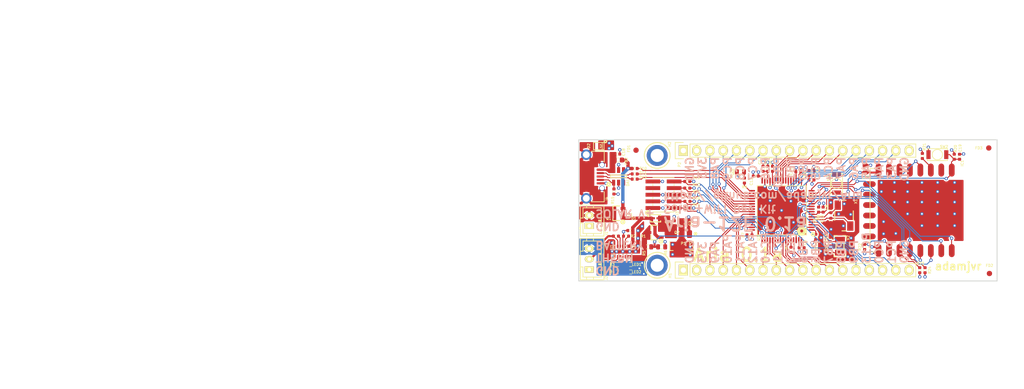
<source format=kicad_pcb>
(kicad_pcb (version 20221018) (generator pcbnew)
  (layers (0 "F.Cu" signal) (1 "In1.Cu" power) (2 "In2.Cu" power) (31 "B.Cu" signal) (34 "B.Paste" user) (35 "F.Paste" user) (36 "B.SilkS" user "B.Silkscreen") (37 "F.SilkS" user "F.Silkscreen") (38 "B.Mask" user) (39 "F.Mask" user) (44 "Edge.Cuts" user))
  (net 0 "")
  (net 1 "GND")
  (net 2 "Net-(C2-Pad1)")
  (net 3 "+3V3")
  (net 4 "Net-(C5-Pad1)")
  (net 5 "Net-(C8-Pad1)")
  (net 6 "Net-(C9-Pad1)")
  (net 7 "/MCU_STM32F446RET6/ESP_ST_RST")
  (net 8 "Net-(C14-Pad1)")
  (net 9 "Net-(C15-Pad1)")
  (net 10 "Net-(C16-Pad1)")
  (net 11 "Net-(C18-Pad2)")
  (net 12 "Net-(D2-Pad1)")
  (net 13 "Net-(DA1-Pad4)")
  (net 14 "Net-(DA1-Pad1)")
  (net 15 "Net-(DA1-Pad3)")
  (net 16 "/MCU_STM32F446RET6/VBUS")
  (net 17 "Net-(J1-Pad2)")
  (net 18 "/Power/BAT")
  (net 19 "/Power/THERM")
  (net 20 "/MCU_STM32F446RET6/SWDIO_TMS")
  (net 21 "/MCU_STM32F446RET6/SWCLK_TCK")
  (net 22 "/MCU_STM32F446RET6/SWO_TDO")
  (net 23 "Net-(J3-Pad7)")
  (net 24 "/MCU_STM32F446RET6/SWO_TDI")
  (net 25 "/MCU_STM32F446RET6/NJTRST")
  (net 26 "Net-(LED1-Pad2)")
  (net 27 "Net-(LED1-Pad1)")
  (net 28 "Net-(LED2-Pad1)")
  (net 29 "Net-(LED2-Pad2)")
  (net 30 "Net-(LED3-Pad1)")
  (net 31 "Net-(R1-Pad1)")
  (net 32 "Net-(R2-Pad1)")
  (net 33 "/MCU_STM32F446RET6/ESPTOST_BOOT0")
  (net 34 "/MCU_STM32F446RET6/HEARTBEAT")
  (net 35 "Net-(R10-Pad1)")
  (net 36 "Net-(R11-Pad1)")
  (net 37 "Net-(R12-Pad1)")
  (net 38 "/MCU_STM32F446RET6/ESPTOST_BOOT1")
  (net 39 "Net-(U1-Pad9)")
  (net 40 "/MCU_STM32F446RET6/ESP_PGM_MODE")
  (net 41 "/MCU_STM32F446RET6/STM_ESP_RST")
  (net 42 "/MCU_STM32F446RET6/ESP_URX")
  (net 43 "/MCU_STM32F446RET6/ESP_UTX")
  (net 44 "/MCU_STM32F446RET6/BAT_VOLT")
  (net 45 "Net-(H1-Pad1)")
  (net 46 "Net-(H2-Pad1)")
  (net 47 "Net-(FD3-Pad1)")
  (net 48 "Net-(FD2-Pad1)")
  (net 49 "Net-(FD1-Pad1)")
  (net 50 "/MCU_STM32F446RET6/PB9")
  (net 51 "/MCU_STM32F446RET6/PB8")
  (net 52 "/MCU_STM32F446RET6/PB7")
  (net 53 "/MCU_STM32F446RET6/PB6")
  (net 54 "/MCU_STM32F446RET6/PB5")
  (net 55 "/MCU_STM32F446RET6/PC12")
  (net 56 "/MCU_STM32F446RET6/PC11")
  (net 57 "/MCU_STM32F446RET6/PC10")
  (net 58 "/MCU_STM32F446RET6/PA4")
  (net 59 "/MCU_STM32F446RET6/PA5")
  (net 60 "/MCU_STM32F446RET6/PA6")
  (net 61 "/MCU_STM32F446RET6/PA7")
  (net 62 "/MCU_STM32F446RET6/PC4")
  (net 63 "/MCU_STM32F446RET6/PC5")
  (net 64 "/MCU_STM32F446RET6/PA8")
  (net 65 "/MCU_STM32F446RET6/PA9")
  (net 66 "/MCU_STM32F446RET6/PA10")
  (net 67 "/MCU_STM32F446RET6/PA11")
  (net 68 "/MCU_STM32F446RET6/PA12")
  (net 69 "/MCU_STM32F446RET6/PC8")
  (net 70 "/MCU_STM32F446RET6/PC9")
  (net 71 "/MCU_STM32F446RET6/PC6")
  (net 72 "/MCU_STM32F446RET6/PC7")
  (net 73 "/MCU_STM32F446RET6/PB10")
  (net 74 "/MCU_STM32F446RET6/PC0")
  (net 75 "/MCU_STM32F446RET6/PC1")
  (net 76 "/MCU_STM32F446RET6/PC13")
  (net 77 "/MCU_STM32F446RET6/PB0")
  (net 78 "/MCU_STM32F446RET6/PB1")
  (net 79 "Net-(R7-Pad1)")
  (net 80 "/MCU_STM32F446RET6/PA3")
  (net 81 "Net-(IC1-Pad16)")
  (net 82 "Net-(IC1-Pad3)")
  (net 83 "Net-(IC1-Pad17)")
  (net 84 "Net-(IC1-Pad14)")
  (net 85 "Net-(IC1-Pad13)")
  (net 86 "Net-(IC1-Pad12)")
  (net 87 "Net-(IC1-Pad11)")
  (net 88 "Net-(IC1-Pad10)")
  (net 89 "Net-(IC1-Pad9)")
  (net 90 "Net-(IC1-Pad7)")
  (net 91 "Net-(IC1-Pad6)")
  (net 92 "Net-(IC1-Pad5)")
  (net 93 "Net-(IC1-Pad2)")
  (footprint "PCB_Footprints:C0402" (layer "F.Cu") (at 155.726691 88.935953 180)
    (fp_text reference "C1")
    (fp_text value "CL05A105KA5NQNC")
  )
  (footprint "PCB_Footprints:C0402" (layer "F.Cu") (at 164.133691 87.563953 90)
    (fp_text reference "C2")
    (fp_text value "CL05A105KA5NQNC")
  )
  (footprint "PCB_Footprints:C0603" (layer "F.Cu") (at 166.210691 87.284953)
    (fp_text reference "C3")
    (fp_text value "CL10A106KQ8NNNC")
  )
  (footprint "PCB_Footprints:C0402" (layer "F.Cu") (at 190.373291 77.477353 180)
    (fp_text reference "C4")
    (fp_text value "CL05B104JP5NNNC")
  )
  (footprint "PCB_Footprints:C0402" (layer "F.Cu") (at 194.079691 87.074953 -90)
    (fp_text reference "C5")
    (fp_text value "CL05C090CB5NNNC")
  )
  (footprint "PCB_Footprints:C0402" (layer "F.Cu") (at 188.493691 92.233953 180)
    (fp_text reference "C6")
    (fp_text value "CL05B104JP5NNNC")
  )
  (footprint "PCB_Footprints:C0402" (layer "F.Cu") (at 178.523691 89.778953 180)
    (fp_text reference "C7")
    (fp_text value "CL05B104JP5NNNC")
  )
  (footprint "PCB_Footprints:C0402" (layer "F.Cu") (at 194.079691 85.042953 90)
    (fp_text reference "C8")
    (fp_text value "CL05C090CB5NNNC")
  )
  (footprint "PCB_Footprints:C0402" (layer "F.Cu") (at 190.373291 79.255353)
    (fp_text reference "C9")
    (fp_text value "CL05B104JP5NNNC")
  )
  (footprint "PCB_Footprints:C0402" (layer "F.Cu") (at 191.200691 90.128953 -90)
    (fp_text reference "C10")
    (fp_text value "CL05B104JP5NNNC")
  )
  (footprint "PCB_Footprints:C0402" (layer "F.Cu") (at 187.858691 77.678953)
    (fp_text reference "C11")
    (fp_text value "CL05B104JP5NNNC")
  )
  (footprint "PCB_Footprints:C0402" (layer "F.Cu") (at 179.730691 78.521953 180)
    (fp_text reference "C12")
    (fp_text value "CL05B104JP5NNNC")
  )
  (footprint "PCB_Footprints:C0402" (layer "F.Cu") (at 192.600691 84.940953 90)
    (fp_text reference "C13")
    (fp_text value "CL05B104JP5NNNC")
  )
  (footprint "PCB_Footprints:C0402" (layer "F.Cu") (at 193.950691 90.578953 90)
    (fp_text reference "C14")
    (fp_text value "CL05C180GB5NCNC")
  )
  (footprint "PCB_Footprints:C0402" (layer "F.Cu") (at 193.950691 92.987953 -90)
    (fp_text reference "C15")
    (fp_text value "CL05C180GB5NCNC")
  )
  (footprint "PCB_Footprints:C0402" (layer "F.Cu") (at 182.016691 77.124953 90)
    (fp_text reference "C16")
    (fp_text value "CL05A475KQ5NRNC")
  )
  (footprint "PCB_Footprints:C0402" (layer "F.Cu") (at 181.127691 77.124953 90)
    (fp_text reference "C17")
    (fp_text value "CL05B104JP5NNNC")
  )
  (footprint "PCB_Footprints:C0402" (layer "F.Cu") (at 153.233891 74.309353 180)
    (fp_text reference "C18")
    (fp_text value "CL05B104JP5NNNC")
  )
  (footprint "PCB_Footprints:C0402" (layer "F.Cu") (at 218.694 74.828 90)
    (fp_text reference "C19")
    (fp_text value "CL05B104JP5NNNC")
  )
  (footprint "PCB_Footprints:BAT20JFILM" (layer "F.Cu") (at 160.577691 86.586453)
    (fp_text reference "D1")
    (fp_text value "BAT20JFILM")
  )
  (footprint "PCB_Footprints:RSB39VTE-17" (layer "F.Cu") (at 149.703291 72.785353 180)
    (fp_text reference "D2")
    (fp_text value "RSB39VTE-17")
  )
  (footprint "PCB_Footprints:ESDA6V1BC6" (layer "F.Cu") (at 153.487891 78.576553 90)
    (fp_text reference "DA1")
    (fp_text value "ESDA6V1BC6")
  )
  (footprint "PCB_Footprints:BLM15HG601SN1D" (layer "F.Cu") (at 190.373291 78.366353 180)
    (fp_text reference "FB1")
    (fp_text value "BLM15HG601SN1D")
  )
  (footprint "PCB_Footprints:MI0603K300R-10" (layer "F.Cu") (at 153.422891 75.452353 180)
    (fp_text reference "FB2")
    (fp_text value "MI0603K300R-10")
  )
  (footprint "PCB_Footprints:B2B-PH-K-S(LF)(SN)" (layer "F.Cu") (at 147.877691 88.046953 90)
    (fp_text reference "J1")
    (fp_text value "B2B-PH-K-S(LF)(SN)")
  )
  (footprint "PCB_Footprints:B3B-PH-K-S(LF)(SN)" (layer "F.Cu") (at 147.877691 96.396953 90)
    (fp_text reference "J2")
    (fp_text value "B3B-PH-K-S(LF)(SN)")
  )
  (footprint "PCB_Footprints:20021121-00010C4LF" (layer "F.Cu") (at 162.072905 82.094127 -90)
    (fp_text reference "J3")
    (fp_text value "20021121-00010C4LF")
  )
  (footprint "PCB_Footprints:0475890001" (layer "F.Cu") (at 149.982691 78.606553 90)
    (fp_text reference "J4")
    (fp_text value "0475890001-MicroUSBPort")
  )
  (footprint "PCB_Footprints:LED0603" (layer "F.Cu") (at 153.267891 95.438053 180)
    (fp_text reference "LED1")
    (fp_text value "LTST-C191KGKT")
  )
  (footprint "PCB_Footprints:LED0603" (layer "F.Cu") (at 153.236691 96.860453 180)
    (fp_text reference "LED2")
    (fp_text value "LTST-C191KFKT")
  )
  (footprint "PCB_Footprints:LED0603" (layer "F.Cu") (at 176.798691 77.728953 180)
    (fp_text reference "LED3")
    (fp_text value "LTST-C193TBKT-5A")
  )
  (footprint "PCB_Footprints:DMG2307L-7" (layer "F.Cu") (at 153.162 85.6355 180)
    (fp_text reference "Q1")
    (fp_text value "DMG2307L-7")
  )
  (footprint "PCB_Footprints:DMG2307L-7" (layer "F.Cu") (at 160.450691 89.316953 180)
    (fp_text reference "Q2")
    (fp_text value "DMG2307L-7")
  )
  (footprint "PCB_Footprints:R0402" (layer "F.Cu") (at 154.913891 90.015453 180)
    (fp_text reference "R1")
    (fp_text value "RC1005F4870CS")
  )
  (footprint "PCB_Footprints:R0402" (layer "F.Cu") (at 152.982691 90.015453 180)
    (fp_text reference "R2")
    (fp_text value "RC1005F102CS")
  )
  (footprint "PCB_Footprints:R0603" (layer "F.Cu") (at 155.821691 95.438053)
    (fp_text reference "R3")
    (fp_text value "RC1608J202CS")
  )
  (footprint "PCB_Footprints:R0603" (layer "F.Cu") (at 155.821691 96.860453)
    (fp_text reference "R4")
    (fp_text value "RC1608J202CS")
  )
  (footprint "PCB_Footprints:R0603" (layer "F.Cu") (at 159.053691 92.055453)
    (fp_text reference "R5")
    (fp_text value "ERA-3AEB3741V")
  )
  (footprint "PCB_Footprints:R0603" (layer "F.Cu") (at 161.720691 92.055453)
    (fp_text reference "R6")
    (fp_text value "ERA-3AEB3741V")
  )
  (footprint "PCB_Footprints:R0402" (layer "F.Cu") (at 186.461691 92.614953 -90)
    (fp_text reference "R7")
    (fp_text value "RC1005F103CS")
  )
  (footprint "PCB_Footprints:R0402" (layer "F.Cu") (at 191.750691 84.940953 -90)
    (fp_text reference "R8")
    (fp_text value "RC1005F102CS")
  )
  (footprint "PCB_Footprints:R0402" (layer "F.Cu") (at 177.548691 79.378953 90)
    (fp_text reference "R9")
    (fp_text value "RC1005F102CS")
  )
  (footprint "PCB_Footprints:R0402" (layer "F.Cu") (at 156.565291 77.075553 180)
    (fp_text reference "R10")
    (fp_text value "RC1005F103CS")
  )
  (footprint "PCB_Footprints:R0402" (layer "F.Cu") (at 156.565291 78.116953 180)
    (fp_text reference "R11")
    (fp_text value "CPF0402B22RE1")
  )
  (footprint "PCB_Footprints:R0402" (layer "F.Cu") (at 156.562091 79.107553 180)
    (fp_text reference "R12")
    (fp_text value "CPF0402B22RE1")
  )
  (footprint "PCB_Footprints:R0402" (layer "F.Cu") (at 182.929691 77.124953 -90)
    (fp_text reference "R13")
    (fp_text value "RC1005F103CS")
  )
  (footprint "PCB_Footprints:R0402" (layer "F.Cu") (at 166.619905 84.634127 180)
    (fp_text reference "R14")
    (fp_text value "RC1005F102CS")
  )
  (footprint "PCB_Footprints:R0402" (layer "F.Cu") (at 152.598891 81.472553 -90)
    (fp_text reference "R15")
    (fp_text value "RC1005J473CS")
  )
  (footprint "PCB_Footprints:R0402" (layer "F.Cu") (at 166.644905 83.364127 180)
    (fp_text reference "R16")
    (fp_text value "RC1005F102CS")
  )
  (footprint "PCB_Footprints:R0402" (layer "F.Cu") (at 166.644905 82.094127 180)
    (fp_text reference "R17")
    (fp_text value "RC1005F102CS")
  )
  (footprint "PCB_Footprints:R0402" (layer "F.Cu") (at 166.619905 80.824127 180)
    (fp_text reference "R18")
    (fp_text value "RC1005F102CS")
  )
  (footprint "PCB_Footprints:R0402" (layer "F.Cu") (at 166.619905 79.554127 180)
    (fp_text reference "R19")
    (fp_text value "RC1005F102CS")
  )
  (footprint "PCB_Footprints:R0402" (layer "F.Cu") (at 217.678 74.828 -90)
    (fp_text reference "R20")
    (fp_text value "RC1005F102CS")
  )
  (footprint "PCB_Footprints:R0402" (layer "F.Cu") (at 211.582 74.676 -90)
    (fp_text reference "R21")
    (fp_text value "RC1005F103CS")
  )
  (footprint "PCB_Footprints:R0402" (layer "F.Cu") (at 200.533 92.075 -90)
    (fp_text reference "R22")
    (fp_text value "RC1005F103CS")
  )
  (footprint "PCB_Footprints:B3U-1000P" (layer "F.Cu") (at 195.173691 79.978953 90)
    (fp_text reference "SW1")
    (fp_text value "B3U-1000P")
  )
  (footprint "PCB_Footprints:B3U-1000P" (layer "F.Cu") (at 214.454 74.422)
    (fp_text reference "SW2")
    (fp_text value "B3U-1000P")
  )
  (footprint "PCB_Footprints:BQ24210" (layer "F.Cu") (at 154.277998 93.02761 -90)
    (fp_text reference "U1")
    (fp_text value "BQ24210DQCT")
  )
  (footprint "PCB_Footprints:AZ1117CR-3.3TRG1" (layer "F.Cu") (at 165.530691 91.463253 180)
    (fp_text reference "U2")
    (fp_text value "AZ1117CR-3.3TRG1_1")
  )
  (footprint "PCB_Footprints:STM32F446RET6" (layer "F.Cu") (at 184.698691 85.078953 180)
    (fp_text reference "U3")
    (fp_text value "STM32F446RET6_-_TQFP64")
  )
  (footprint "PCB_Footprints:ABM3B8.000MHZB2T" (layer "F.Cu") (at 196.598691 86.078953 90)
    (fp_text reference "X1")
    (fp_text value "ABM3B8.000MHZB2T")
  )
  (footprint "PCB_Footprints:ABS07-32.768KHZ-9-T" (layer "F.Cu") (at 195.823691 91.928953 -90)
    (fp_text reference "X2")
    (fp_text value "ABS07-32.768KHZ-9-T")
  )
  (footprint "PCB_Footprints:R0402" (layer "F.Cu") (at 211.074 96.52 90)
    (fp_text reference "R23")
    (fp_text value "RC1005F103CS")
  )
  (footprint "Socket_Strips:Socket_Strip_Straight_1x18" (layer "F.Cu") (at 165.873691 73.648953)
    (fp_text reference "P2")
    (fp_text value "CONN_01X18")
  )
  (footprint "Socket_Strips:Socket_Strip_Straight_1x18" (layer "F.Cu") (at 165.873691 96.508953)
    (fp_text reference "P1")
    (fp_text value "CONN_01X18")
  )
  (footprint "PCB_Footprints:M2.5_HOLE" (layer "F.Cu") (at 160.873691 95.578953 90)
    (fp_text reference "H1")
    (fp_text value "M2.5_Hole")
  )
  (footprint "PCB_Footprints:M2.5_HOLE" (layer "F.Cu") (at 160.873691 74.578953 90)
    (fp_text reference "H2")
    (fp_text value "M2.5_Hole")
  )
  (footprint "PCB_Footprints:FIDUCIAL" (layer "F.Cu") (at 224.282 73.152 90)
    (fp_text reference "FD3")
    (fp_text value "FIDUCIAL")
  )
  (footprint "PCB_Footprints:FIDUCIAL" (layer "F.Cu") (at 224.409 97.155 90)
    (fp_text reference "FD2")
    (fp_text value "FIDUCIAL")
  )
  (footprint "PCB_Footprints:FIDUCIAL" (layer "F.Cu") (at 156.823691 73.578953 90)
    (fp_text reference "FD1")
    (fp_text value "FIDUCIAL")
  )
  (footprint "PCB_Footprints:R0402" (layer "F.Cu") (at 212.09 96.52 90)
    (fp_text reference "R24")
    (fp_text value "RC1005F103CS")
  )
  (footprint "PCB_Footprints:ESP-12E" (layer "F.Cu") (at 217.201 78.075 -90)
    (fp_text reference "IC1")
    (fp_text value "ESP_12E")
  )
  (footprint "PCB_Footprints:C0603" (layer "F.Cu") (at 200.66 77.171 90)
    (fp_text reference "C20")
    (fp_text value "CL10A106KQ8NNNC")
  )
  (gr_line (start 145.873691 71.578953) (end 225.873691 71.578953) (stroke (width 0.15)) (layer "Edge.Cuts"))
  (gr_line (start 225.873691 98.578953) (end 225.873691 71.578953) (stroke (width 0.15)) (layer "Edge.Cuts"))
  (gr_line (start 145.873691 98.578953) (end 225.873691 98.578953) (stroke (width 0.15)) (layer "Edge.Cuts"))
  (gr_line (start 145.873691 71.578953) (end 145.873691 98.578953) (stroke (width 0.15)) (layer "Edge.Cuts"))
  (gr_text "GND\n3V3\nPA9\nPA10\nPA11\nPA12\nPC10\nPC11\nPC12\nPB5\nPB6\nPB7\nPB8\nPB9\nPC13\nPC0\nPC1\nGND" (at 187.628691 95.412953 90) (layer "B.SilkS") (effects (font (size 1.5 1.5) (thickness 0.3)) (justify right mirror)))
  (gr_text "GND\nSOLAR V+" (at 148.893691 86.903953 180) (layer "B.SilkS") (effects (font (size 1.5 1.5) (thickness 0.3)) (justify left mirror)))
  (gr_text "Aria-12E 0.1a" (at 161.873691 87.578953 180) (layer "B.SilkS") (effects (font (size 2.5 2.5) (thickness 0.45)) (justify left mirror)))
  (gr_text "Solar+WiFi Dev Kit\nhttps://github.com/adamjvr/Aria" (at 161.873691 83.578953 180) (layer "B.SilkS") (effects (font (size 1.5 1.5) (thickness 0.3)) (justify left mirror)))
  (gr_text "GND\nTHERM\nBATTERY" (at 148.893691 94.142953 180) (layer "B.SilkS") (effects (font (size 1.5 1.5) (thickness 0.3)) (justify left mirror)))
  (gr_text "GND\n3V3\nPA8\nPC9\nPC8\nPC7\nPC6\nPB10\nPB1\nPB0\nPC5\nPC4\nPA7\nPA6\nPA5\nPA4\nPA3\nGND" (at 187.628691 74.711953 90) (layer "B.SilkS") (effects (font (size 1.5 1.5) (thickness 0.3)) (justify left mirror)))
  (gr_text "adamjvr" (at 218.44 95.758) (layer "F.SilkS") (effects (font (size 1.5 1.5) (thickness 0.3))))
  (gr_text "Aria 0.1a" (at 176.373691 93.578953) (layer "F.SilkS") (effects (font (size 2.5 2.5) (thickness 0.45))))
  (segment (start 211.5 85.75) (end 208.75 85.75) (width 0.1778) (layer "F.Cu") (net 1))
  (segment (start 196.473691 88.903953) (end 196.473691 88.053953) (width 0.1778) (layer "F.Cu") (net 1))
  (segment (start 158.829091 79.280553) (end 158.987091 79.438553) (width 0.1778) (layer "F.Cu") (net 1))
  (segment (start 154.666691 88.935953) (end 155.243691 88.935953) (width 0.1778) (layer "F.Cu") (net 1))
  (segment (start 193.040691 93.470953) (end 193.023691 93.453953) (width 0.1778) (layer "F.Cu") (net 1))
  (segment (start 187.948691 92.171953) (end 188.010691 92.233953) (width 0.1778) (layer "F.Cu") (net 1))
  (segment (start 166.890691 87.284953) (end 166.890691 86.372691) (width 0.635) (layer "F.Cu") (net 1))
  (segment (start 197.948691 90.378953) (end 196.473691 88.903953) (width 0.1778) (layer "F.Cu") (net 1))
  (segment (start 206.25 83.5) (end 208.75 83.5) (width 0.1778) (layer "F.Cu") (net 1))
  (segment (start 181.448691 79.159953) (end 181.455334 79.166596) (width 0.1778) (layer "F.Cu") (net 1))
  (segment (start 187.019047 93.655309) (end 187.019047 93.698248) (width 0.1778) (layer "F.Cu") (net 1))
  (segment (start 178.040691 89.778953) (end 178.040691 90.570953) (width 0.1778) (layer "F.Cu") (net 1))
  (segment (start 214.5 83.5) (end 217.75 83.5) (width 0.1778) (layer "F.Cu") (net 1))
  (segment (start 181.731316 82.163316) (end 181.731316 81.012067) (width 0.1778) (layer "F.Cu") (net 1))
  (segment (start 201.639 76.491) (end 201.676 76.454) (width 0.381) (layer "F.Cu") (net 1))
  (segment (start 152.148691 72.759953) (end 151.673691 73.234953) (width 0.1778) (layer "F.Cu") (net 1))
  (segment (start 181.455334 79.166596) (end 181.455334 80.044128) (width 0.1778) (layer "F.Cu") (net 1))
  (segment (start 192.626091 84.457953) (end 192.696273 84.387771) (width 0.1778) (layer "F.Cu") (net 1))
  (segment (start 181.772833 80.810639) (end 181.455334 80.49314) (width 0.1778) (layer "F.Cu") (net 1))
  (segment (start 157.198691 90.424) (end 157.198691 88.967513) (width 0.381) (layer "F.Cu") (net 1))
  (segment (start 218.694 74.345) (end 219.406 74.345) (width 0.1778) (layer "F.Cu") (net 1))
  (segment (start 211.5 88) (end 214.5 88) (width 0.1778) (layer "F.Cu") (net 1))
  (segment (start 197.798691 84.078953) (end 196.898691 84.078953) (width 0.1778) (layer "F.Cu") (net 1))
  (segment (start 160.042905 83.364127) (end 161.934734 83.364127) (width 0.1778) (layer "F.Cu") (net 1))
  (segment (start 191.990538 89.024104) (end 191.995842 89.024104) (width 0.1778) (layer "F.Cu") (net 1))
  (segment (start 153.487891 77.376553) (end 153.487891 76.341353) (width 0.1778) (layer "F.Cu") (net 1))
  (segment (start 188.010691 92.999089) (end 188.031301 93.019699) (width 0.1778) (layer "F.Cu") (net 1))
  (segment (start 206.4396 89.5604) (end 206.5 89.5) (width 0.1778) (layer "F.Cu") (net 1))
  (segment (start 149.982691 79.906553) (end 151.099891 79.906553) (width 0.381) (layer "F.Cu") (net 1))
  (segment (start 191.192691 90.611953) (end 190.525691 91.278953) (width 0.1778) (layer "F.Cu") (net 1))
  (segment (start 154.430891 90.015453) (end 154.430891 89.164553) (width 0.1778) (layer "F.Cu") (net 1))
  (segment (start 195.423691 88.053953) (end 195.398691 88.078953) (width 0.1778) (layer "F.Cu") (net 1))
  (segment (start 192.696273 84.387771) (end 192.696273 84.170063) (width 0.1778) (layer "F.Cu") (net 1))
  (segment (start 162.400691 91.105953) (end 162.373691 91.078953) (width 0.1778) (layer "F.Cu") (net 1))
  (segment (start 194.079691 88.659953) (end 194.123691 88.703953) (width 0.1778) (layer "F.Cu") (net 1))
  (segment (start 155.623691 92.953953) (end 154.292691 92.953953) (width 0.381) (layer "F.Cu") (net 1))
  (segment (start 154.291191 91.952453) (end 154.291191 90.155153) (width 0.1778) (layer "F.Cu") (net 1))
  (segment (start 153.487891 79.776553) (end 153.487891 80.811753) (width 0.1778) (layer "F.Cu") (net 1))
  (segment (start 181.455334 80.044128) (end 181.455334 80.49314) (width 0.1778) (layer "F.Cu") (net 1))
  (segment (start 182.016691 75.901769) (end 182.004455 75.889533) (width 0.1778) (layer "F.Cu") (net 1))
  (segment (start 191.450691 90.511953) (end 191.450691 90.534826) (width 0.1778) (layer "F.Cu") (net 1))
  (segment (start 217.75 83.5) (end 217.75 85.75) (width 0.1778) (layer "F.Cu") (net 1))
  (segment (start 157.198691 91.878953) (end 157.198691 92.503953) (width 0.381) (layer "F.Cu") (net 1))
  (segment (start 214.5 79.75) (end 217.75 79.75) (width 0.1778) (layer "F.Cu") (net 1))
  (segment (start 188.341691 77.678953) (end 188.341691 76.872753) (width 0.1778) (layer "F.Cu") (net 1))
  (segment (start 178.998691 88.328953) (end 178.134768 88.328953) (width 0.1778) (layer "F.Cu") (net 1))
  (segment (start 181.127691 76.641953) (end 181.127691 75.897055) (width 0.1778) (layer "F.Cu") (net 1))
  (segment (start 156.748691 92.953953) (end 155.623691 92.953953) (width 0.381) (layer "F.Cu") (net 1))
  (segment (start 152.248691 91.278953) (end 152.248691 92.928953) (width 0.381) (layer "F.Cu") (net 1))
  (segment (start 191.200691 90.611953) (end 191.192691 90.611953) (width 0.1778) (layer "F.Cu") (net 1))
  (segment (start 157.20693 88.895714) (end 157.20693 88.959274) (width 0.381) (layer "F.Cu") (net 1))
  (segment (start 191.995842 89.024104) (end 192.350691 89.378953) (width 0.1778) (layer "F.Cu") (net 1))
  (segment (start 189.890291 77.477353) (end 189.293885 76.880947) (width 0.1778) (layer "F.Cu") (net 1))
  (segment (start 203.201 90.5246) (end 204.1652 89.5604) (width 0.1778) (layer "F.Cu") (net 1))
  (segment (start 203.193779 93.218) (end 201.93 93.218) (width 0.381) (layer "F.Cu") (net 1))
  (segment (start 191.673039 88.706605) (end 191.990538 89.024104) (width 0.1778) (layer "F.Cu") (net 1))
  (segment (start 188.010691 92.233953) (end 188.010691 92.999089) (width 0.1778) (layer "F.Cu") (net 1))
  (segment (start 192.350691 89.378953) (end 192.350691 92.603953) (width 0.1778) (layer "F.Cu") (net 1))
  (segment (start 152.248691 92.928953) (end 152.248691 93.778953) (width 0.381) (layer "F.Cu") (net 1))
  (segment (start 182.016691 76.641953) (end 182.016691 75.901769) (width 0.1778) (layer "F.Cu") (net 1))
  (segment (start 197.873691 85.853953) (end 197.873691 84.153953) (width 0.1778) (layer "F.Cu") (net 1))
  (segment (start 184.658 85.09) (end 181.731316 82.163316) (width 0.1778) (layer "F.Cu") (net 1))
  (segment (start 211.5 79.75) (end 214.5 79.75) (width 0.1778) (layer "F.Cu") (net 1))
  (segment (start 181.772833 80.97055) (end 181.772833 80.810639) (width 0.1778) (layer "F.Cu") (net 1))
  (segment (start 211.5 83.5) (end 214.5 83.5) (width 0.1778) (layer "F.Cu") (net 1))
  (segment (start 181.731316 81.031684) (end 181.731316 81.012067) (width 0.1778) (layer "F.Cu") (net 1))
  (segment (start 152.248691 72.759953) (end 152.148691 72.759953) (width 0.1778) (layer "F.Cu") (net 1))
  (segment (start 154.430891 89.164553) (end 154.438091 89.164553) (width 0.1778) (layer "F.Cu") (net 1))
  (segment (start 153.075191 92.952453) (end 152.272191 92.952453) (width 0.381) (layer "F.Cu") (net 1))
  (segment (start 193.950691 93.470953) (end 193.217691 93.470953) (width 0.1778) (layer "F.Cu") (net 1))
  (segment (start 176.118691 78.709691) (end 176.149 78.74) (width 0.1778) (layer "F.Cu") (net 1))
  (segment (start 206.25 79.75) (end 203.75 79.75) (width 0.1778) (layer "F.Cu") (net 1))
  (segment (start 166.890691 89.470453) (end 167.031831 89.611593) (width 0.635) (layer "F.Cu") (net 1))
  (segment (start 214.5 88) (end 217.75 88) (width 0.1778) (layer "F.Cu") (net 1))
  (segment (start 188.191863 77.581348) (end 188.200109 77.589594) (width 0.1778) (layer "F.Cu") (net 1))
  (segment (start 217.75 79.75) (end 217.75 81.5) (width 0.1778) (layer "F.Cu") (net 1))
  (segment (start 152.272191 92.952453) (end 152.248691 92.928953) (width 0.381) (layer "F.Cu") (net 1))
  (segment (start 189.540412 83.328953) (end 189.441469 83.23001) (width 0.1778) (layer "F.Cu") (net 1))
  (segment (start 191.863965 88.706605) (end 191.673039 88.706605) (width 0.1778) (layer "F.Cu") (net 1))
  (segment (start 219.406 74.345) (end 219.456 74.295) (width 0.1778) (layer "F.Cu") (net 1))
  (segment (start 154.292691 92.953953) (end 154.291191 92.952453) (width 0.381) (layer "F.Cu") (net 1))
  (segment (start 196.898691 84.078953) (end 196.648691 83.828953) (width 0.1778) (layer "F.Cu") (net 1))
  (segment (start 187.948691 78.273897) (end 187.948691 79.159953) (width 0.1778) (layer "F.Cu") (net 1))
  (segment (start 153.713641 73.497304) (end 153.713641 74.306103) (width 0.1778) (layer "F.Cu") (net 1))
  (segment (start 197.948691 93.353953) (end 197.364148 93.938496) (width 0.1778) (layer "F.Cu") (net 1))
  (segment (start 184.658 85.09) (end 186.436 83.312) (width 0.1778) (layer "F.Cu") (net 1))
  (segment (start 179.247691 77.784953) (end 179.222691 77.759953) (width 0.1778) (layer "F.Cu") (net 1))
  (segment (start 208.75 81.5) (end 211.5 81.5) (width 0.1778) (layer "F.Cu") (net 1))
  (segment (start 181.127691 75.897055) (end 181.135213 75.889533) (width 0.1778) (layer "F.Cu") (net 1))
  (segment (start 160.042905 82.094127) (end 161.939765 82.094127) (width 0.1778) (layer "F.Cu") (net 1))
  (segment (start 211.5 85.75) (end 211.5 88) (width 0.1778) (layer "F.Cu") (net 1))
  (segment (start 214.5 81.5) (end 211.5 81.5) (width 0.1778) (layer "F.Cu") (net 1))
  (segment (start 195.173691 79.130311) (end 195.153289 79.150713) (width 0.1778) (layer "F.Cu") (net 1))
  (segment (start 150.803291 72.785353) (end 151.224091 72.785353) (width 0.1778) (layer "F.Cu") (net 1))
  (segment (start 162.400691 92.055453) (end 162.400691 91.105953) (width 0.1778) (layer "F.Cu") (net 1))
  (segment (start 184.658 85.09) (end 182.499 87.249) (width 0.1778) (layer "F.Cu") (net 1))
  (segment (start 192.448691 92.878953) (end 193.023691 93.453953) (width 0.1778) (layer "F.Cu") (net 1))
  (segment (start 154.438091 89.164553) (end 154.666691 88.935953) (width 0.1778) (layer "F.Cu") (net 1))
  (segment (start 217.75 85.75) (end 214.5 85.75) (width 0.1778) (layer "F.Cu") (net 1))
  (segment (start 184.658 85.09) (end 182.777782 83.209782) (width 0.1778) (layer "F.Cu") (net 1))
  (segment (start 193.950691 93.470953) (end 193.040691 93.470953) (width 0.1778) (layer "F.Cu") (net 1))
  (segment (start 178.040691 90.570953) (end 178.048691 90.578953) (width 0.1778) (layer "F.Cu") (net 1))
  (segment (start 196.473691 88.053953) (end 195.423691 88.053953) (width 0.1778) (layer "F.Cu") (net 1))
  (segment (start 208.75 81.5) (end 206.25 81.5) (width 0.1778) (layer "F.Cu") (net 1))
  (segment (start 204.1652 89.5604) (end 206.4396 89.5604) (width 0.1778) (layer "F.Cu") (net 1))
  (segment (start 180.594 82.169) (end 181.731316 81.031684) (width 0.1778) (layer "F.Cu") (net 1))
  (segment (start 194.079691 87.557953) (end 194.079691 88.659953) (width 0.1778) (layer "F.Cu") (net 1))
  (segment (start 188.341691 76.872753) (end 188.339891 76.870953) (width 0.1778) (layer "F.Cu") (net 1))
  (segment (start 192.148691 92.878953) (end 192.148691 90.353953) (width 0.1778) (layer "F.Cu") (net 1))
  (segment (start 154.291191 92.952453) (end 153.075191 92.952453) (width 0.381) (layer "F.Cu") (net 1))
  (segment (start 151.099891 79.906553) (end 151.103491 79.902953) (width 0.381) (layer "F.Cu") (net 1))
  (segment (start 200.66 76.491) (end 201.639 76.491) (width 0.381) (layer "F.Cu") (net 1))
  (segment (start 184.658 85.09) (end 186.944 87.376) (width 0.1778) (layer "F.Cu") (net 1))
  (segment (start 154.291191 90.155153) (end 154.430891 90.015453) (width 0.1778) (layer "F.Cu") (net 1))
  (segment (start 204.1652 89.5604) (end 204.1652 87.25) (width 0.1778) (layer "F.Cu") (net 1))
  (segment (start 212.754 74.422) (end 212.754 73.054) (width 0.1778) (layer "F.Cu") (net 1))
  (segment (start 157.198691 91.878953) (end 157.198691 90.424) (width 0.635) (layer "F.Cu") (net 1))
  (segment (start 161.934734 83.364127) (end 161.947697 83.37709) (width 0.1778) (layer "F.Cu") (net 1))
  (segment (start 157.973691 88.128953) (end 157.20693 88.895714) (width 0.381) (layer "F.Cu") (net 1))
  (segment (start 178.998691 88.359953) (end 179.030918 88.327726) (width 0.1778) (layer "F.Cu") (net 1))
  (segment (start 203.201 93.210779) (end 203.193779 93.218) (width 0.381) (layer "F.Cu") (net 1))
  (segment (start 188.010691 92.233953) (end 187.992868 92.21613) (width 0.1778) (layer "F.Cu") (net 1))
  (segment (start 195.173691 78.278953) (end 195.173691 79.130311) (width 0.1778) (layer "F.Cu") (net 1))
  (segment (start 212.754 73.054) (end 212.725 73.025) (width 0.1778) (layer "F.Cu") (net 1))
  (segment (start 203.201 92.075) (end 203.201 90.5246) (width 0.1778) (layer "F.Cu") (net 1))
  (segment (start 197.948691 90.378953) (end 197.948691 93.353953) (width 0.1778) (layer "F.Cu") (net 1))
  (segment (start 152.248691 72.759953) (end 152.223691 72.759953) (width 0.1778) (layer "F.Cu") (net 1))
  (segment (start 193.950691 93.470953) (end 193.38129 93.470953) (width 0.1778) (layer "F.Cu") (net 1))
  (segment (start 161.876265 79.554127) (end 161.877091 79.554953) (width 0.1778) (layer "F.Cu") (net 1))
  (segment (start 192.696273 84.170063) (end 192.696273 83.721051) (width 0.1778) (layer "F.Cu") (net 1))
  (segment (start 157.198691 92.503953) (end 156.748691 92.953953) (width 0.381) (layer "F.Cu") (net 1))
  (segment (start 217.75 81.5) (end 214.5 81.5) (width 0.1778) (layer "F.Cu") (net 1))
  (segment (start 197.873691 85.853953) (end 195.648691 85.853953) (width 0.1778) (layer "F.Cu") (net 1))
  (segment (start 157.198691 88.967513) (end 157.20693 88.959274) (width 0.381) (layer "F.Cu") (net 1))
  (segment (start 211.5 79.75) (end 208.75 79.75) (width 0.1778) (layer "F.Cu") (net 1))
  (segment (start 203.201 92.075) (end 203.201 93.210779) (width 0.381) (layer "F.Cu") (net 1))
  (segment (start 151.673691 73.234953) (end 151.673691 72.209953) (width 0.1778) (layer "F.Cu") (net 1))
  (segment (start 211.5 85.75) (end 214.5 85.75) (width 0.1778) (layer "F.Cu") (net 1))
  (segment (start 204.1652 81.9152) (end 203.75 81.5) (width 0.1778) (layer "F.Cu") (net 1))
  (segment (start 152.223691 72.759953) (end 151.673691 72.209953) (width 0.1778) (layer "F.Cu") (net 1))
  (segment (start 194.079691 84.559953) (end 194.079691 83.584953) (width 0.1778) (layer "F.Cu") (net 1))
  (segment (start 188.200109 78.022479) (end 187.948691 78.273897) (width 0.1778) (layer "F.Cu") (net 1))
  (segment (start 200.533 92.558) (end 200.533 93.345) (width 0.1778) (layer "F.Cu") (net 1))
  (segment (start 154.291191 91.952453) (end 154.291191 92.952453) (width 0.1778) (layer "F.Cu") (net 1))
  (segment (start 160.042905 79.554127) (end 161.876265 79.554127) (width 0.1778) (layer "F.Cu") (net 1))
  (segment (start 190.398691 83.328953) (end 189.540412 83.328953) (width 0.1778) (layer "F.Cu") (net 1))
  (segment (start 195.648691 85.853953) (end 195.573691 85.778953) (width 0.1778) (layer "F.Cu") (net 1))
  (segment (start 166.890691 86.372691) (end 166.878 86.36) (width 0.635) (layer "F.Cu") (net 1))
  (segment (start 186.461691 93.097953) (end 187.019047 93.655309) (width 0.1778) (layer "F.Cu") (net 1))
  (segment (start 192.148691 92.878953) (end 192.448691 92.878953) (width 0.1778) (layer "F.Cu") (net 1))
  (segment (start 153.075191 92.952453) (end 152.248691 93.778953) (width 0.381) (layer "F.Cu") (net 1))
  (segment (start 192.148691 90.353953) (end 192.223691 90.278953) (width 0.1778) (layer "F.Cu") (net 1))
  (segment (start 180.594 82.169) (end 180.594 84.836) (width 0.1778) (layer "F.Cu") (net 1))
  (segment (start 161.939765 82.094127) (end 161.940591 82.094953) (width 0.1778) (layer "F.Cu") (net 1))
  (segment (start 192.350691 92.603953) (end 193.200691 93.453953) (width 0.1778) (layer "F.Cu") (net 1))
  (segment (start 164.133691 87.080953) (end 164.133691 86.268953) (width 0.381) (layer "F.Cu") (net 1))
  (segment (start 181.731316 81.012067) (end 181.772833 80.97055) (width 0.1778) (layer "F.Cu") (net 1))
  (segment (start 197.873691 84.153953) (end 197.798691 84.078953) (width 0.1778) (layer "F.Cu") (net 1))
  (segment (start 188.200109 77.589594) (end 188.200109 78.022479) (width 0.1778) (layer "F.Cu") (net 1))
  (segment (start 187.948691 90.809953) (end 187.948691 92.171953) (width 0.1778) (layer "F.Cu") (net 1))
  (segment (start 206.25 79.75) (end 208.75 79.75) (width 0.1778) (layer "F.Cu") (net 1))
  (segment (start 152.598891 81.955553) (end 153.361691 81.955553) (width 0.1778) (layer "F.Cu") (net 1))
  (segment (start 153.713641 74.306103) (end 153.716891 74.309353) (width 0.1778) (layer "F.Cu") (net 1))
  (segment (start 190.856291 79.255353) (end 190.478276 79.633368) (width 0.1778) (layer "F.Cu") (net 1))
  (segment (start 176.118691 77.728953) (end 176.118691 78.709691) (width 0.1778) (layer "F.Cu") (net 1))
  (segment (start 182.777782 83.209782) (end 182.460036 83.209782) (width 0.1778) (layer "F.Cu") (net 1))
  (segment (start 151.224091 72.785353) (end 151.673691 73.234953) (width 0.1778) (layer "F.Cu") (net 1))
  (segment (start 189.293885 76.880947) (end 189.293885 76.793016) (width 0.1778) (layer "F.Cu") (net 1))
  (segment (start 166.890691 87.284953) (end 166.890691 89.470453) (width 0.635) (layer "F.Cu") (net 1))
  (segment (start 191.450691 90.534826) (end 191.499808 90.583943) (width 0.1778) (layer "F.Cu") (net 1))
  (segment (start 203.75 81.5) (end 203.75 79.75) (width 0.1778) (layer "F.Cu") (net 1))
  (segment (start 193.217691 93.470953) (end 193.200691 93.453953) (width 0.1778) (layer "F.Cu") (net 1))
  (segment (start 194.079691 83.584953) (end 194.073691 83.578953) (width 0.1778) (layer "F.Cu") (net 1))
  (segment (start 178.134768 88.328953) (end 177.857753 88.605968) (width 0.1778) (layer "F.Cu") (net 1))
  (segment (start 179.247691 78.521953) (end 179.247691 77.784953) (width 0.1778) (layer "F.Cu") (net 1))
  (segment (start 190.478276 79.633368) (end 190.478276 80.029504) (width 0.1778) (layer "F.Cu") (net 1))
  (segment (start 203.201 92.075) (end 201.93 92.075) (width 0.381) (layer "F.Cu") (net 1))
  (segment (start 208.75 83.5) (end 211.5 83.5) (width 0.1778) (layer "F.Cu") (net 1))
  (segment (start 204.1652 87.25) (end 204.1652 81.9152) (width 0.1778) (layer "F.Cu") (net 1))
  (segment (start 206.25 83.5) (end 206.25 81.5) (width 0.1778) (layer "F.Cu") (net 1))
  (via (at 180.594 82.169) (size 0.635) (drill 0.3302) (layers "F.Cu" "B.Cu") (net 1))
  (via (at 157.973691 88.128953) (size 0.635) (drill 0.3302) (layers "F.Cu" "B.Cu") (net 1))
  (via (at 153.713641 73.497304) (size 0.635) (drill 0.3302) (layers "F.Cu" "B.Cu") (net 1))
  (via (at 214.5 85.75) (size 0.635) (drill 0.3302) (layers "F.Cu" "B.Cu") (net 1))
  (via (at 154.291191 92.952453) (size 0.635) (drill 0.3302) (layers "F.Cu" "B.Cu") (net 1))
  (via (at 157.20693 88.959274) (size 0.635) (drill 0.3302) (layers "F.Cu" "B.Cu") (net 1))
  (via (at 186.436 83.312) (size 0.635) (drill 0.3302) (layers "F.Cu" "B.Cu") (net 1))
  (via (at 193.023691 93.453953) (size 0.635) (drill 0.3302) (layers "F.Cu" "B.Cu") (net 1))
  (via (at 161.877091 79.554953) (size 0.635) (drill 0.3302) (layers "F.Cu" "B.Cu") (net 1))
  (via (at 196.648691 83.828953) (size 0.635) (drill 0.3302) (layers "F.Cu" "B.Cu") (net 1))
  (via (at 211.5 79.75) (size 0.635) (drill 0.3302) (layers "F.Cu" "B.Cu") (net 1))
  (via (at 217.75 85.75) (size 0.635) (drill 0.3302) (layers "F.Cu" "B.Cu") (net 1))
  (via (at 208.75 85.75) (size 0.635) (drill 0.3302) (layers "F.Cu" "B.Cu") (net 1))
  (via (at 178.048691 90.578953) (size 0.635) (drill 0.3302) (layers "F.Cu" "B.Cu") (net 1))
  (via (at 214.5 81.5) (size 0.635) (drill 0.3302) (layers "F.Cu" "B.Cu") (net 1))
  (via (at 217.75 88) (size 0.635) (drill 0.3302) (layers "F.Cu" "B.Cu") (net 1))
  (via (at 186.944 87.376) (size 0.635) (drill 0.3302) (layers "F.Cu" "B.Cu") (net 1))
  (via (at 194.123691 88.703953) (size 0.635) (drill 0.3302) (layers "F.Cu" "B.Cu") (net 1))
  (via (at 211.5 85.75) (size 0.635) (drill 0.3302) (layers "F.Cu" "B.Cu") (net 1))
  (via (at 204.1652 89.5604) (size 0.635) (drill 0.3302) (layers "F.Cu" "B.Cu") (net 1))
  (via (at 208.75 79.75) (size 0.635) (drill 0.3302) (layers "F.Cu" "B.Cu") (net 1))
  (via (at 217.75 79.75) (size 0.635) (drill 0.3302) (layers "F.Cu" "B.Cu") (net 1))
  (via (at 166.878 86.36) (size 0.635) (drill 0.3302) (layers "F.Cu" "B.Cu") (net 1))
  (via (at 201.676 76.454) (size 0.635) (drill 0.3302) (layers "F.Cu" "B.Cu") (net 1))
  (via (at 211.5 81.5) (size 0.635) (drill 0.3302) (layers "F.Cu" "B.Cu") (net 1))
  (via (at 190.478276 80.029504) (size 0.635) (drill 0.3302) (layers "F.Cu" "B.Cu") (net 1))
  (via (at 189.293885 76.793016) (size 0.635) (drill 0.3302) (layers "F.Cu" "B.Cu") (net 1))
  (via (at 194.073691 83.578953) (size 0.635) (drill 0.3302) (layers "F.Cu" "B.Cu") (net 1))
  (via (at 219.456 74.295) (size 0.635) (drill 0.3302) (layers "F.Cu" "B.Cu") (net 1))
  (via (at 153.075191 92.952453) (size 0.635) (drill 0.3302) (layers "F.Cu" "B.Cu") (net 1))
  (via (at 188.031301 93.019699) (size 0.635) (drill 0.3302) (layers "F.Cu" "B.Cu") (net 1))
  (via (at 151.103491 79.902953) (size 0.635) (drill 0.3302) (layers "F.Cu" "B.Cu") (net 1))
  (via (at 192.148691 92.878953) (size 0.635) (drill 0.3302) (layers "F.Cu" "B.Cu") (net 1))
  (via (at 181.455334 80.49314) (size 0.635) (drill 0.3302) (layers "F.Cu" "B.Cu") (net 1))
  (via (at 197.364148 93.938496) (size 0.635) (drill 0.3302) (layers "F.Cu" "B.Cu") (net 1))
  (via (at 182.004455 75.889533) (size 0.635) (drill 0.3302) (layers "F.Cu" "B.Cu") (net 1))
  (via (at 184.658 85.09) (size 0.635) (drill 0.3302) (layers "F.Cu" "B.Cu") (net 1))
  (via (at 211.5 88) (size 0.635) (drill 0.3302) (layers "F.Cu" "B.Cu") (net 1))
  (via (at 211.5 83.5) (size 0.635) (drill 0.3302) (layers "F.Cu" "B.Cu") (net 1))
  (via (at 176.149 78.74) (size 0.635) (drill 0.3302) (layers "F.Cu" "B.Cu") (net 1))
  (via (at 206.25 81.5) (size 0.635) (drill 0.3302) (layers "F.Cu" "B.Cu") (net 1))
  (via (at 192.223691 90.278953) (size 0.635) (drill 0.3302) (layers "F.Cu" "B.Cu") (net 1))
  (via (at 156.748691 92.953953) (size 0.635) (drill 0.3302) (layers "F.Cu" "B.Cu") (net 1))
  (via (at 195.573691 85.778953) (size 0.635) (drill 0.3302) (layers "F.Cu" "B.Cu") (net 1))
  (via (at 188.339891 76.870953) (size 0.635) (drill 0.3302) (layers "F.Cu" "B.Cu") (net 1))
  (via (at 208.75 83.5) (size 0.635) (drill 0.3302) (layers "F.Cu" "B.Cu") (net 1))
  (via (at 201.93 93.218) (size 0.635) (drill 0.3302) (layers "F.Cu" "B.Cu") (net 1))
  (via (at 214.5 88) (size 0.635) (drill 0.3302) (layers "F.Cu" "B.Cu") (net 1))
  (via (at 164.133691 86.268953) (size 0.635) (drill 0.3302) (layers "F.Cu" "B.Cu") (net 1))
  (via (at 203.75 79.75) (size 0.635) (drill 0.3302) (layers "F.Cu" "B.Cu") (net 1))
  (via (at 151.673691 73.234953) (size 0.635) (drill 0.3302) (layers "F.Cu" "B.Cu") (net 1))
  (via (at 203.75 81.5) (size 0.635) (drill 0.3302) (layers "F.Cu" "B.Cu") (net 1))
  (via (at 153.487891 76.341353) (size 0.635) (drill 0.3302) (layers "F.Cu" "B.Cu") (net 1))
  (via (at 157.198691 90.424) (size 0.635) (drill 0.3302) (layers "F.Cu" "B.Cu") (net 1))
  (via (at 217.75 81.5) (size 0.635) (drill 0.3302) (layers "F.Cu" "B.Cu") (net 1))
  (via (at 192.696273 83.721051) (size 0.635) (drill 0.3302) (layers "F.Cu" "B.Cu") (net 1))
  (via (at 151.673691 72.209953) (size 0.635) (drill 0.3302) (layers "F.Cu" "B.Cu") (net 1))
  (via (at 154.430891 89.164553) (size 0.635) (drill 0.3302) (layers "F.Cu" "B.Cu") (net 1))
  (via (at 201.93 92.075) (size 0.635) (drill 0.3302) (layers "F.Cu" "B.Cu") (net 1))
  (via (at 162.373691 91.078953) (size 0.635) (drill 0.3302) (layers "F.Cu" "B.Cu") (net 1))
  (via (at 206.25 83.5) (size 0.635) (drill 0.3302) (layers "F.Cu" "B.Cu") (net 1))
  (via (at 196.473691 88.053953) (size 0.635) (drill 0.3302) (layers "F.Cu" "B.Cu") (net 1))
  (via (at 187.019047 93.698248) (size 0.635) (drill 0.3302) (layers "F.Cu" "B.Cu") (net 1))
  (via (at 152.248691 91.278953) (size 0.635) (drill 0.3302) (layers "F.Cu" "B.Cu") (net 1))
  (via (at 189.441469 83.23001) (size 0.635) (drill 0.3302) (layers "F.Cu" "B.Cu") (net 1))
  (via (at 161.947697 83.37709) (size 0.635) (drill 0.3302) (layers "F.Cu" "B.Cu") (net 1))
  (via (at 152.248691 93.778953) (size 0.635) (drill 0.3302) (layers "F.Cu" "B.Cu") (net 1))
  (via (at 208.75 81.5) (size 0.635) (drill 0.3302) (layers "F.Cu" "B.Cu") (net 1))
  (via (at 182.460036 83.209782) (size 0.635) (drill 0.3302) (layers "F.Cu" "B.Cu") (net 1))
  (via (at 153.487891 80.811753) (size 0.635) (drill 0.3302) (layers "F.Cu" "B.Cu") (net 1))
  (via (at 153.386291 81.980153) (size 0.635) (drill 0.3302) (layers "F.Cu" "B.Cu") (net 1))
  (via (at 197.873691 85.853953) (size 0.635) (drill 0.3302) (layers "F.Cu" "B.Cu") (net 1))
  (via (at 161.940591 82.094953) (size 0.635) (drill 0.3302) (layers "F.Cu" "B.Cu") (net 1))
  (via (at 177.857753 88.605968) (size 0.635) (drill 0.3302) (layers "F.Cu" "B.Cu") (net 1))
  (via (at 197.948691 90.378953) (size 0.635) (drill 0.3302) (layers "F.Cu" "B.Cu") (net 1))
  (via (at 217.75 83.5) (size 0.635) (drill 0.3302) (layers "F.Cu" "B.Cu") (net 1))
  (via (at 214.5 79.75) (size 0.635) (drill 0.3302) (layers "F.Cu" "B.Cu") (net 1))
  (via (at 157.198691 91.878953) (size 0.635) (drill 0.3302) (layers "F.Cu" "B.Cu") (net 1))
  (via (at 212.725 73.025) (size 0.635) (drill 0.3302) (layers "F.Cu" "B.Cu") (net 1))
  (via (at 182.499 87.249) (size 0.635) (drill 0.3302) (layers "F.Cu" "B.Cu") (net 1))
  (via (at 179.222691 77.759953) (size 0.635) (drill 0.3302) (layers "F.Cu" "B.Cu") (net 1))
  (via (at 190.525691 91.278953) (size 0.635) (drill 0.3302) (layers "F.Cu" "B.Cu") (net 1))
  (via (at 195.153289 79.150713) (size 0.635) (drill 0.3302) (layers "F.Cu" "B.Cu") (net 1))
  (via (at 200.533 93.345) (size 0.635) (drill 0.3302) (layers "F.Cu" "B.Cu") (net 1))
  (via (at 181.135213 75.889533) (size 0.635) (drill 0.3302) (layers "F.Cu" "B.Cu") (net 1))
  (via (at 180.594 84.836) (size 0.635) (drill 0.3302) (layers "F.Cu" "B.Cu") (net 1))
  (via (at 214.5 83.5) (size 0.635) (drill 0.3302) (layers "F.Cu" "B.Cu") (net 1))
  (via (at 152.248691 72.759953) (size 0.635) (drill 0.3302) (layers "F.Cu" "B.Cu") (net 1))
  (via (at 152.248691 92.928953) (size 0.635) (drill 0.3302) (layers "F.Cu" "B.Cu") (net 1))
  (via (at 206.5 89.5) (size 0.635) (drill 0.3302) (layers "F.Cu" "B.Cu") (net 1))
  (via (at 155.623691 92.953953) (size 0.635) (drill 0.3302) (layers "F.Cu" "B.Cu") (net 1))
  (via (at 204.1652 87.25) (size 0.635) (drill 0.3302) (layers "F.Cu" "B.Cu") (net 1))
  (via (at 206.25 79.75) (size 0.635) (drill 0.3302) (layers "F.Cu" "B.Cu") (net 1))
  (segment (start 164.133691 89.507453) (end 164.029551 89.611593) (width 0.635) (layer "F.Cu") (net 2))
  (segment (start 179.006691 90.524443) (end 179.05529 90.573042) (width 0.1778) (layer "F.Cu") (net 3))
  (segment (start 180.948691 78.850953) (end 180.619691 78.521953) (width 0.1778) (layer "F.Cu") (net 3))
  (segment (start 167.181691 93.571453) (end 167.181691 92.047453) (width 0.635) (layer "F.Cu") (net 3))
  (segment (start 178.998691 88.859953) (end 178.998691 89.561953) (width 0.1778) (layer "F.Cu") (net 3))
  (segment (start 182.905691 76.641953) (end 182.905691 75.889791) (width 0.1778) (layer "F.Cu") (net 3))
  (segment (start 191.883576 84.183774) (end 191.883576 83.734762) (width 0.1778) (layer "F.Cu") (net 3))
  (segment (start 164.776311 92.563073) (end 163.816191 91.602953) (width 0.635) (layer "F.Cu") (net 3))
  (segment (start 165.530691 92.563073) (end 166.666071 92.563073) (width 0.635) (layer "F.Cu") (net 3))
  (segment (start 187.448691 78.578953) (end 187.448691 78.320419) (width 0.1778) (layer "F.Cu") (net 3))
  (segment (start 182.905691 75.889791) (end 182.905949 75.889533) (width 0.1778) (layer "F.Cu") (net 3))
  (segment (start 167.127905 83.364127) (end 167.912061 83.364127) (width 0.1778) (layer "F.Cu") (net 3))
  (segment (start 188.976691 93.097953) (end 189.001691 93.122953) (width 0.1778) (layer "F.Cu") (net 3))
  (segment (start 190.856291 77.477353) (end 190.856291 76.781581) (width 0.1778) (layer "F.Cu") (net 3))
  (segment (start 190.525691 88.859953) (end 190.695638 88.859953) (width 0.1778) (layer "F.Cu") (net 3))
  (segment (start 190.532645 88.821999) (end 190.525691 88.828953) (width 0.1778) (layer "F.Cu") (net 3))
  (segment (start 167.904038 80.824127) (end 167.91199 80.816175) (width 0.1778) (layer "F.Cu") (net 3))
  (segment (start 190.856291 78.338353) (end 190.828291 78.366353) (width 0.1778) (layer "F.Cu") (net 3))
  (segment (start 187.448691 78.578953) (end 187.440815 78.571077) (width 0.1778) (layer "F.Cu") (net 3))
  (segment (start 188.448691 90.809953) (end 188.448691 91.705953) (width 0.1778) (layer "F.Cu") (net 3))
  (segment (start 180.213691 77.784953) (end 180.238691 77.759953) (width 0.1778) (layer "F.Cu") (net 3))
  (segment (start 187.448691 79.159953) (end 187.448691 78.578953) (width 0.1778) (layer "F.Cu") (net 3))
  (segment (start 163.816191 93.507953) (end 163.816191 91.602953) (width 0.635) (layer "F.Cu") (net 3))
  (segment (start 200.66 77.851) (end 202.977 77.851) (width 0.381) (layer "F.Cu") (net 3))
  (segment (start 167.127905 82.094127) (end 167.822383 82.094127) (width 0.1778) (layer "F.Cu") (net 3))
  (segment (start 161.939765 84.634127) (end 161.940591 84.634953) (width 0.1778) (layer "F.Cu") (net 3))
  (segment (start 191.200691 89.098875) (end 190.923815 88.821999) (width 0.1778) (layer "F.Cu") (net 3))
  (segment (start 180.213691 78.521953) (end 180.213691 77.784953) (width 0.1778) (layer "F.Cu") (net 3))
  (segment (start 167.912061 83.364127) (end 167.927179 83.349009) (width 0.1778) (layer "F.Cu") (net 3))
  (segment (start 191.883576 84.350468) (end 191.883576 84.183774) (width 0.1778) (layer "F.Cu") (net 3))
  (segment (start 167.102905 84.634127) (end 167.845265 84.634127) (width 0.1778) (layer "F.Cu") (net 3))
  (segment (start 167.845265 79.554127) (end 167.846091 79.554953) (width 0.1778) (layer "F.Cu") (net 3))
  (segment (start 167.845265 84.634127) (end 167.846091 84.634953) (width 0.1778) (layer "F.Cu") (net 3))
  (segment (start 180.948691 79.378953) (end 180.948691 78.850953) (width 0.1778) (layer "F.Cu") (net 3))
  (segment (start 167.102905 79.554127) (end 167.845265 79.554127) (width 0.1778) (layer "F.Cu") (net 3))
  (segment (start 187.440815 78.571077) (end 187.440815 77.356035) (width 0.1778) (layer "F.Cu") (net 3))
  (segment (start 211.582 73.787) (end 211.201 73.406) (width 0.1778) (layer "F.Cu") (net 3))
  (segment (start 167.102905 80.824127) (end 167.904038 80.824127) (width 0.1778) (layer "F.Cu") (net 3))
  (segment (start 190.923815 88.821999) (end 190.532645 88.821999) (width 0.1778) (layer "F.Cu") (net 3))
  (segment (start 191.200691 89.645953) (end 191.200691 89.098875) (width 0.1778) (layer "F.Cu") (net 3))
  (segment (start 188.448691 91.705953) (end 188.976691 92.233953) (width 0.1778) (layer "F.Cu") (net 3))
  (segment (start 190.856291 77.477353) (end 190.856291 78.338353) (width 0.1778) (layer "F.Cu") (net 3))
  (segment (start 211.582 74.193) (end 211.582 73.787) (width 0.1778) (layer "F.Cu") (net 3))
  (segment (start 180.619691 78.521953) (end 180.213691 78.521953) (width 0.1778) (layer "F.Cu") (net 3))
  (segment (start 188.976691 92.233953) (end 188.976691 93.097953) (width 0.1778) (layer "F.Cu") (net 3))
  (segment (start 212.09 97.003) (end 212.09 97.79) (width 0.1778) (layer "F.Cu") (net 3))
  (segment (start 160.042905 84.634127) (end 161.939765 84.634127) (width 0.1778) (layer "F.Cu") (net 3))
  (segment (start 217.678 74.041) (end 217.17 73.533) (width 0.1778) (layer "F.Cu") (net 3))
  (segment (start 187.440815 77.356035) (end 187.440815 76.907023) (width 0.1778) (layer "F.Cu") (net 3))
  (segment (start 202.977 77.851) (end 203.201 78.075) (width 0.381) (layer "F.Cu") (net 3))
  (segment (start 211.074 97.003) (end 211.074 97.79) (width 0.1778) (layer "F.Cu") (net 3))
  (segment (start 179.006691 89.778953) (end 179.006691 90.524443) (width 0.1778) (layer "F.Cu") (net 3))
  (segment (start 190.525691 88.859953) (end 190.981691 88.859953) (width 0.1778) (layer "F.Cu") (net 3))
  (segment (start 217.678 74.345) (end 217.678 74.041) (width 0.1778) (layer "F.Cu") (net 3))
  (segment (start 190.856291 76.781581) (end 190.821945 76.747235) (width 0.1778) (layer "F.Cu") (net 3))
  (segment (start 200.66 77.851) (end 199.644 77.851) (width 0.381) (layer "F.Cu") (net 3))
  (segment (start 167.822383 82.094127) (end 167.873266 82.14501) (width 0.1778) (layer "F.Cu") (net 3))
  (segment (start 166.666071 92.563073) (end 167.181691 92.047453) (width 0.635) (layer "F.Cu") (net 3))
  (segment (start 191.776091 84.457953) (end 191.883576 84.350468) (width 0.1778) (layer "F.Cu") (net 3))
  (segment (start 165.530691 92.563073) (end 164.776311 92.563073) (width 0.635) (layer "F.Cu") (net 3))
  (via (at 191.883576 83.734762) (size 0.635) (drill 0.3302) (layers "F.Cu" "B.Cu") (net 3))
  (via (at 167.927179 83.349009) (size 0.635) (drill 0.3302) (layers "F.Cu" "B.Cu") (net 3))
  (via (at 161.940591 84.634953) (size 0.635) (drill 0.3302) (layers "F.Cu" "B.Cu") (net 3))
  (via (at 163.816191 93.507953) (size 0.635) (drill 0.3302) (layers "F.Cu" "B.Cu") (net 3))
  (via (at 199.644 77.851) (size 0.635) (drill 0.3302) (layers "F.Cu" "B.Cu") (net 3))
  (via (at 167.181691 92.047453) (size 0.635) (drill 0.3302) (layers "F.Cu" "B.Cu") (net 3))
  (via (at 217.17 73.533) (size 0.635) (drill 0.3302) (layers "F.Cu" "B.Cu") (net 3))
  (via (at 190.821945 76.747235) (size 0.635) (drill 0.3302) (layers "F.Cu" "B.Cu") (net 3))
  (via (at 180.238691 77.759953) (size 0.635) (drill 0.3302) (layers "F.Cu" "B.Cu") (net 3))
  (via (at 167.873266 82.14501) (size 0.635) (drill 0.3302) (layers "F.Cu" "B.Cu") (net 3))
  (via (at 211.201 73.406) (size 0.635) (drill 0.3302) (layers "F.Cu" "B.Cu") (net 3))
  (via (at 167.181691 93.571453) (size 0.635) (drill 0.3302) (layers "F.Cu" "B.Cu") (net 3))
  (via (at 179.05529 90.573042) (size 0.635) (drill 0.3302) (layers "F.Cu" "B.Cu") (net 3))
  (via (at 163.816191 91.602953) (size 0.635) (drill 0.3302) (layers "F.Cu" "B.Cu") (net 3))
  (via (at 167.846091 79.554953) (size 0.635) (drill 0.3302) (layers "F.Cu" "B.Cu") (net 3))
  (via (at 167.91199 80.816175) (size 0.635) (drill 0.3302) (layers "F.Cu" "B.Cu") (net 3))
  (via (at 212.09 97.79) (size 0.635) (drill 0.3302) (layers "F.Cu" "B.Cu") (net 3))
  (via (at 187.440815 76.907023) (size 0.635) (drill 0.3302) (layers "F.Cu" "B.Cu") (net 3))
  (via (at 167.845265 84.634127) (size 0.635) (drill 0.3302) (layers "F.Cu" "B.Cu") (net 3))
  (via (at 182.905949 75.889533) (size 0.635) (drill 0.3302) (layers "F.Cu" "B.Cu") (net 3))
  (via (at 189.001691 93.122953) (size 0.635) (drill 0.3302) (layers "F.Cu" "B.Cu") (net 3))
  (via (at 211.074 97.79) (size 0.635) (drill 0.3302) (layers "F.Cu" "B.Cu") (net 3))
  (segment (start 191.543066 86.859953) (end 190.525691 86.859953) (width 0.1778) (layer "F.Cu") (net 4))
  (segment (start 193.254524 86.591953) (end 192.986524 86.859953) (width 0.1778) (layer "F.Cu") (net 4))
  (segment (start 197.798691 88.078953) (end 197.798691 87.803953) (width 0.1778) (layer "F.Cu") (net 4))
  (segment (start 194.079691 86.591953) (end 193.254524 86.591953) (width 0.1778) (layer "F.Cu") (net 4))
  (segment (start 192.986524 86.859953) (end 191.543066 86.859953) (width 0.1778) (layer "F.Cu") (net 4))
  (segment (start 197.798691 87.803953) (end 196.586691 86.591953) (width 0.1778) (layer "F.Cu") (net 4))
  (segment (start 196.586691 86.591953) (end 194.079691 86.591953) (width 0.1778) (layer "F.Cu") (net 4))
  (segment (start 194.251691 85.525953) (end 194.079691 85.525953) (width 0.1778) (layer "F.Cu") (net 5))
  (segment (start 193.674691 85.525953) (end 192.871691 86.328953) (width 0.1778) (layer "F.Cu") (net 5))
  (segment (start 191.176491 86.328953) (end 190.398691 86.328953) (width 0.1778) (layer "F.Cu") (net 5))
  (segment (start 192.871691 86.328953) (end 191.176491 86.328953) (width 0.1778) (layer "F.Cu") (net 5))
  (segment (start 195.398691 84.378953) (end 194.251691 85.525953) (width 0.1778) (layer "F.Cu") (net 5))
  (segment (start 195.398691 84.078953) (end 195.398691 84.378953) (width 0.1778) (layer "F.Cu") (net 5))
  (segment (start 194.079691 85.525953) (end 193.674691 85.525953) (width 0.1778) (layer "F.Cu") (net 5))
  (segment (start 189.841765 79.410953) (end 189.380352 79.872366) (width 0.1778) (layer "F.Cu") (net 6))
  (segment (start 189.918291 79.227353) (end 189.890291 79.255353) (width 0.1778) (layer "F.Cu") (net 6))
  (segment (start 189.908085 82.859953) (end 190.525691 82.859953) (width 0.1778) (layer "F.Cu") (net 6))
  (segment (start 189.380352 79.872366) (end 189.380352 82.34993) (width 0.1778) (layer "F.Cu") (net 6))
  (segment (start 189.380352 82.34993) (end 189.776085 82.745663) (width 0.1778) (layer "F.Cu") (net 6))
  (segment (start 189.918291 78.366353) (end 189.918291 79.227353) (width 0.1778) (layer "F.Cu") (net 6))
  (segment (start 189.776085 82.745663) (end 190.315401 82.745663) (width 0.1778) (layer "F.Cu") (net 6))
  (segment (start 190.315401 82.745663) (end 190.398691 82.828953) (width 0.1778) (layer "F.Cu") (net 6))
  (segment (start 195.425354 81.930616) (end 196.94246 81.930616) (width 0.1778) (layer "F.Cu") (net 7))
  (segment (start 193.369139 82.455705) (end 193.280483 82.544361) (width 0.1778) (layer "F.Cu") (net 7))
  (segment (start 192.838733 85.423953) (end 192.600691 85.423953) (width 0.1778) (layer "F.Cu") (net 7))
  (segment (start 192.600691 85.423953) (end 191.750691 85.423953) (width 0.1778) (layer "F.Cu") (net 7))
  (segment (start 211.201 76.581) (end 210.312 75.692) (width 0.1778) (layer "F.Cu") (net 7))
  (segment (start 195.173691 81.678953) (end 195.425354 81.930616) (width 0.1778) (layer "F.Cu") (net 7))
  (segment (start 196.94246 81.930616) (end 197.389185 81.483891) (width 0.1778) (layer "F.Cu") (net 7))
  (segment (start 193.280483 82.544361) (end 193.280483 84.982203) (width 0.1778) (layer "F.Cu") (net 7))
  (segment (start 211.201 78.075) (end 211.201 76.581) (width 0.1778) (layer "F.Cu") (net 7))
  (segment (start 191.750691 85.412753) (end 191.303491 85.859953) (width 0.1778) (layer "F.Cu") (net 7))
  (segment (start 194.145891 81.678953) (end 195.173691 81.678953) (width 0.1778) (layer "F.Cu") (net 7))
  (segment (start 193.369139 82.455705) (end 194.145891 81.678953) (width 0.1778) (layer "F.Cu") (net 7))
  (segment (start 191.303491 85.859953) (end 190.525691 85.859953) (width 0.1778) (layer "F.Cu") (net 7))
  (segment (start 193.369139 82.455705) (end 193.369139 82.462772) (width 0.1778) (layer "F.Cu") (net 7))
  (segment (start 193.280483 84.982203) (end 192.838733 85.423953) (width 0.1778) (layer "F.Cu") (net 7))
  (via (at 197.389185 81.483891) (size 0.635) (drill 0.3302) (layers "F.Cu" "B.Cu") (net 7))
  (via (at 210.312 75.692) (size 0.635) (drill 0.3302) (layers "F.Cu" "B.Cu") (net 7))
  (segment (start 198.16912 78.388707) (end 197.389185 79.168642) (width 0.1778) (layer "B.Cu") (net 7))
  (segment (start 198.729956 78.388707) (end 198.16912 78.388707) (width 0.1778) (layer "B.Cu") (net 7))
  (segment (start 207.425153 78.578847) (end 198.920096 78.578847) (width 0.1778) (layer "B.Cu") (net 7))
  (segment (start 198.920096 78.578847) (end 198.729956 78.388707) (width 0.1778) (layer "B.Cu") (net 7))
  (segment (start 210.312 75.692) (end 207.425153 78.578847) (width 0.1778) (layer "B.Cu") (net 7))
  (segment (start 197.389185 79.168642) (end 197.389185 81.034879) (width 0.1778) (layer "B.Cu") (net 7))
  (segment (start 197.389185 81.034879) (end 197.389185 81.483891) (width 0.1778) (layer "B.Cu") (net 7))
  (segment (start 190.525691 87.359953) (end 191.655481 87.359953) (width 0.1778) (layer "F.Cu") (net 8))
  (segment (start 193.343583 89.048055) (end 193.343583 90.557845) (width 0.1778) (layer "F.Cu") (net 8))
  (segment (start 193.343583 90.557845) (end 193.843691 91.057953) (width 0.1778) (layer "F.Cu") (net 8))
  (segment (start 191.655481 87.359953) (end 193.343583 89.048055) (width 0.1778) (layer "F.Cu") (net 8))
  (segment (start 193.950691 91.061953) (end 195.440691 91.061953) (width 0.1778) (layer "F.Cu") (net 8))
  (segment (start 195.440691 91.061953) (end 195.823691 90.678953) (width 0.1778) (layer "F.Cu") (net 8))
  (segment (start 194.684891 93.178953) (end 194.624691 93.178953) (width 0.1778) (layer "F.Cu") (net 9))
  (segment (start 190.525691 87.859953) (end 191.652572 87.859953) (width 0.1778) (layer "F.Cu") (net 9))
  (segment (start 192.987972 89.195353) (end 192.987972 91.542234) (width 0.1778) (layer "F.Cu") (net 9))
  (segment (start 192.987972 91.542234) (end 193.950691 92.504953) (width 0.1778) (layer "F.Cu") (net 9))
  (segment (start 194.624691 93.178953) (end 193.950691 92.504953) (width 0.1778) (layer "F.Cu") (net 9))
  (segment (start 194.684891 93.178953) (end 195.823691 93.178953) (width 0.1778) (layer "F.Cu") (net 9))
  (segment (start 191.652572 87.859953) (end 192.987972 89.195353) (width 0.1778) (layer "F.Cu") (net 9))
  (segment (start 181.95264 79.375004) (end 181.948691 79.378953) (width 0.1778) (layer "F.Cu") (net 10))
  (segment (start 181.127691 77.607953) (end 182.016691 77.607953) (width 0.1778) (layer "F.Cu") (net 10))
  (segment (start 182.016691 77.607953) (end 181.95264 77.672004) (width 0.1778) (layer "F.Cu") (net 10))
  (segment (start 181.95264 77.672004) (end 181.95264 79.375004) (width 0.1778) (layer "F.Cu") (net 10))
  (segment (start 182.016691 79.091953) (end 181.948691 79.159953) (width 0.1778) (layer "F.Cu") (net 10))
  (segment (start 152.537891 77.376553) (end 152.537891 75.637353) (width 0.1778) (layer "F.Cu") (net 11))
  (segment (start 152.467891 77.306553) (end 152.537891 77.376553) (width 0.1778) (layer "F.Cu") (net 11))
  (segment (start 152.722891 74.337353) (end 152.750891 74.309353) (width 0.1778) (layer "F.Cu") (net 11))
  (segment (start 152.537891 75.637353) (end 152.722891 75.452353) (width 0.1778) (layer "F.Cu") (net 11))
  (segment (start 152.722891 75.452353) (end 152.722891 74.337353) (width 0.1778) (layer "F.Cu") (net 11))
  (segment (start 149.982691 77.306553) (end 152.467891 77.306553) (width 0.1778) (layer "F.Cu") (net 11))
  (segment (start 156.082291 78.116953) (end 155.603313 78.116953) (width 0.1778) (layer "F.Cu") (net 13))
  (segment (start 151.115291 77.956553) (end 149.982691 77.956553) (width 0.1778) (layer "F.Cu") (net 13))
  (segment (start 154.437891 77.376553) (end 154.437891 78.304153) (width 0.1778) (layer "F.Cu") (net 13))
  (segment (start 154.456291 78.322553) (end 151.481291 78.322553) (width 0.1778) (layer "F.Cu") (net 13))
  (segment (start 155.603313 78.116953) (end 155.397713 78.322553) (width 0.1778) (layer "F.Cu") (net 13))
  (segment (start 151.481291 78.322553) (end 151.115291 77.956553) (width 0.1778) (layer "F.Cu") (net 13))
  (segment (start 155.397713 78.322553) (end 154.669885 78.322553) (width 0.1778) (layer "F.Cu") (net 13))
  (segment (start 154.437891 77.376553) (end 154.453091 77.391753) (width 0.1778) (layer "F.Cu") (net 13))
  (segment (start 154.437891 78.304153) (end 154.456291 78.322553) (width 0.1778) (layer "F.Cu") (net 13))
  (segment (start 154.669885 78.322553) (end 154.456291 78.322553) (width 0.1778) (layer "F.Cu") (net 13))
  (segment (start 149.982691 79.256553) (end 151.587539 79.256553) (width 0.1778) (layer "F.Cu") (net 14))
  (segment (start 151.587539 79.256553) (end 152.125066 79.79408) (width 0.1778) (layer "F.Cu") (net 14))
  (segment (start 152.598891 79.837553) (end 152.537891 79.776553) (width 0.1778) (layer "F.Cu") (net 14))
  (segment (start 152.125066 79.79408) (end 152.499198 79.79408) (width 0.1778) (layer "F.Cu") (net 14))
  (segment (start 152.598891 80.989553) (end 152.598891 79.837553) (width 0.1778) (layer "F.Cu") (net 14))
  (segment (start 149.982691 78.606553) (end 151.182433 78.606553) (width 0.1778) (layer "F.Cu") (net 15))
  (segment (start 155.584262 79.044974) (end 155.369841 78.830553) (width 0.1778) (layer "F.Cu") (net 15))
  (segment (start 155.369841 78.830553) (end 155.263491 78.830553) (width 0.1778) (layer "F.Cu") (net 15))
  (segment (start 156.016512 79.044974) (end 155.584262 79.044974) (width 0.1778) (layer "F.Cu") (net 15))
  (segment (start 155.263491 78.830553) (end 154.443591 78.830553) (width 0.1778) (layer "F.Cu") (net 15))
  (segment (start 156.079091 79.107553) (end 156.016512 79.044974) (width 0.1778) (layer "F.Cu") (net 15))
  (segment (start 154.443591 78.830553) (end 154.437891 78.836253) (width 0.1778) (layer "F.Cu") (net 15))
  (segment (start 151.182433 78.606553) (end 151.406433 78.830553) (width 0.1778) (layer "F.Cu") (net 15))
  (segment (start 154.437891 79.776553) (end 154.503891 79.710553) (width 0.1778) (layer "F.Cu") (net 15))
  (segment (start 154.437891 78.836253) (end 154.437891 79.776553) (width 0.1778) (layer "F.Cu") (net 15))
  (segment (start 151.406433 78.830553) (end 154.443591 78.830553) (width 0.1778) (layer "F.Cu") (net 15))
  (segment (start 155.294491 76.021825) (end 155.294491 77.078953) (width 0.635) (layer "F.Cu") (net 16))
  (segment (start 159.777691 86.586453) (end 159.777691 87.421453) (width 0.635) (layer "F.Cu") (net 16))
  (segment (start 155.618991 91.952453) (end 156.21607 91.355374) (width 0.635) (layer "F.Cu") (net 16))
  (segment (start 159.777691 87.421453) (end 160.450691 88.094453) (width 0.635) (layer "F.Cu") (net 16))
  (segment (start 161.051011 90.231953) (end 161.625691 90.231953) (width 0.635) (layer "F.Cu") (net 16))
  (segment (start 157.974191 86.586453) (end 154.372953 86.586453) (width 0.635) (layer "F.Cu") (net 16))
  (segment (start 156.21607 91.355374) (end 156.21607 88.89246) (width 0.635) (layer "F.Cu") (net 16))
  (segment (start 154.305 83.439) (end 154.305 84.6885) (width 0.635) (layer "F.Cu") (net 16))
  (segment (start 156.209691 88.350953) (end 157.974191 86.586453) (width 0.635) (layer "F.Cu") (net 16))
  (segment (start 154.372953 86.586453) (end 154.337 86.5505) (width 0.635) (layer "F.Cu") (net 16))
  (segment (start 160.450691 88.094453) (end 160.450691 89.631633) (width 0.635) (layer "F.Cu") (net 16))
  (segment (start 160.450691 89.631633) (end 161.051011 90.231953) (width 0.635) (layer "F.Cu") (net 16))
  (segment (start 154.337 86.5505) (end 154.337 84.7205) (width 0.635) (layer "F.Cu") (net 16))
  (segment (start 155.291191 91.952453) (end 155.618991 91.952453) (width 0.1778) (layer "F.Cu") (net 16))
  (segment (start 156.082291 77.075553) (end 155.297891 77.075553) (width 0.635) (layer "F.Cu") (net 16))
  (segment (start 157.974191 86.586453) (end 159.777691 86.586453) (width 0.635) (layer "F.Cu") (net 16))
  (segment (start 154.305 84.6885) (end 154.337 84.7205) (width 0.635) (layer "F.Cu") (net 16))
  (segment (start 156.209691 88.377953) (end 156.209691 88.350953) (width 0.635) (layer "F.Cu") (net 16))
  (segment (start 156.209691 88.935953) (end 156.209691 88.377953) (width 0.635) (layer "F.Cu") (net 16))
  (segment (start 154.122891 75.452353) (end 154.725019 75.452353) (width 0.635) (layer "F.Cu") (net 16))
  (segment (start 154.725019 75.452353) (end 155.294491 76.021825) (width 0.635) (layer "F.Cu") (net 16))
  (segment (start 155.297891 77.075553) (end 155.294491 77.078953) (width 0.1778) (layer "F.Cu") (net 16))
  (via (at 154.305 83.439) (size 0.635) (drill 0.3302) (layers "F.Cu" "B.Cu") (net 16))
  (via (at 155.294491 77.078953) (size 0.635) (drill 0.3302) (layers "F.Cu" "B.Cu") (net 16))
  (segment (start 154.302664 78.07078) (end 154.302664 83.436664) (width 0.635) (layer "B.Cu") (net 16))
  (segment (start 155.294491 77.078953) (end 154.302664 78.07078) (width 0.635) (layer "B.Cu") (net 16))
  (segment (start 154.302664 83.436664) (end 154.305 83.439) (width 0.635) (layer "B.Cu") (net 16))
  (segment (start 157.453491 96.174953) (end 157.453491 95.666953) (width 0.635) (layer "F.Cu") (net 18))
  (segment (start 156.067612 94.237682) (end 156.067612 95.003974) (width 0.1778) (layer "F.Cu") (net 18))
  (segment (start 157.961191 96.860453) (end 158.317091 97.216353) (width 0.635) (layer "F.Cu") (net 18))
  (segment (start 156.501691 96.860453) (end 157.961191 96.860453) (width 0.635) (layer "F.Cu") (net 18))
  (segment (start 155.782383 93.952453) (end 156.067612 94.237682) (width 0.1778) (layer "F.Cu") (net 18))
  (segment (start 155.291191 93.952453) (end 155.782383 93.952453) (width 0.1778) (layer "F.Cu") (net 18))
  (segment (start 157.453491 95.666953) (end 157.986891 95.133553) (width 0.635) (layer "F.Cu") (net 18))
  (segment (start 156.067612 95.003974) (end 156.501691 95.438053) (width 0.1778) (layer "F.Cu") (net 18))
  (via (at 157.986891 95.133553) (size 0.635) (drill 0.3302) (layers "F.Cu" "B.Cu") (net 18))
  (via (at 157.453491 96.174953) (size 0.635) (drill 0.3302) (layers "F.Cu" "B.Cu") (net 18))
  (via (at 158.317091 97.216353) (size 0.635) (drill 0.3302) (layers "F.Cu" "B.Cu") (net 18))
  (segment (start 158.317091 97.216353) (end 158.317091 97.038553) (width 0.635) (layer "B.Cu") (net 18))
  (segment (start 158.317091 97.038553) (end 157.453491 96.174953) (width 0.635) (layer "B.Cu") (net 18))
  (segment (start 148.127691 94.396953) (end 147.877691 94.396953) (width 0.381) (layer "F.Cu") (net 19))
  (segment (start 149.909691 92.614953) (end 148.127691 94.396953) (width 0.381) (layer "F.Cu") (net 19))
  (segment (start 149.909691 91.602953) (end 149.909691 92.614953) (width 0.381) (layer "F.Cu") (net 19))
  (segment (start 151.497191 90.015453) (end 149.909691 91.602953) (width 0.381) (layer "F.Cu") (net 19))
  (segment (start 153.291191 90.806953) (end 152.499691 90.015453) (width 0.1778) (layer "F.Cu") (net 19))
  (segment (start 153.291191 91.952453) (end 153.291191 90.806953) (width 0.1778) (layer "F.Cu") (net 19))
  (segment (start 151.725791 90.015453) (end 151.713091 90.002753) (width 0.381) (layer "F.Cu") (net 19))
  (segment (start 152.499691 90.015453) (end 151.725791 90.015453) (width 0.381) (layer "F.Cu") (net 19))
  (segment (start 151.725791 90.015453) (end 151.497191 90.015453) (width 0.381) (layer "F.Cu") (net 19))
  (segment (start 177.657792 87.828953) (end 177.311429 88.175316) (width 0.1778) (layer "F.Cu") (net 20))
  (segment (start 166.731663 85.253953) (end 168.748691 85.253953) (width 0.1778) (layer "F.Cu") (net 20))
  (segment (start 166.136905 84.634127) (end 166.136905 84.659195) (width 0.1778) (layer "F.Cu") (net 20))
  (segment (start 166.136905 84.659195) (end 166.731663 85.253953) (width 0.1778) (layer "F.Cu") (net 20))
  (segment (start 177.311429 88.175316) (end 176.99393 88.492815) (width 0.1778) (layer "F.Cu") (net 20))
  (segment (start 168.873691 85.253953) (end 168.748691 85.253953) (width 0.1778) (layer "F.Cu") (net 20))
  (segment (start 164.102905 84.634127) (end 166.136905 84.634127) (width 0.1778) (layer "F.Cu") (net 20))
  (segment (start 178.998691 87.828953) (end 177.657792 87.828953) (width 0.1778) (layer "F.Cu") (net 20))
  (via (at 176.99393 88.492815) (size 0.635) (drill 0.3302) (layers "F.Cu" "B.Cu") (net 20))
  (via (at 168.748691 85.253953) (size 0.635) (drill 0.3302) (layers "F.Cu" "B.Cu") (net 20))
  (segment (start 171.987553 88.492815) (end 176.544918 88.492815) (width 0.1778) (layer "B.Cu") (net 20))
  (segment (start 168.748691 85.253953) (end 171.987553 88.492815) (width 0.1778) (layer "B.Cu") (net 20))
  (segment (start 176.544918 88.492815) (end 176.99393 88.492815) (width 0.1778) (layer "B.Cu") (net 20))
  (segment (start 180.948691 90.778953) (end 180.948691 89.443488) (width 0.1778) (layer "F.Cu") (net 21))
  (segment (start 164.102905 83.364127) (end 165.680705 83.364127) (width 0.1778) (layer "F.Cu") (net 21))
  (segment (start 180.948691 89.443488) (end 180.912051 89.406848) (width 0.1778) (layer "F.Cu") (net 21))
  (segment (start 166.161905 83.364127) (end 166.744168 83.94639) (width 0.1778) (layer "F.Cu") (net 21))
  (segment (start 166.744168 83.94639) (end 168.345932 83.94639) (width 0.1778) (layer "F.Cu") (net 21))
  (segment (start 168.345932 83.94639) (end 168.60923 83.683092) (width 0.1778) (layer "F.Cu") (net 21))
  (segment (start 165.680705 83.364127) (end 166.161905 83.364127) (width 0.1778) (layer "F.Cu") (net 21))
  (segment (start 168.60923 83.683092) (end 168.926729 83.365593) (width 0.1778) (layer "F.Cu") (net 21))
  (via (at 180.912051 89.406848) (size 0.635) (drill 0.3302) (layers "F.Cu" "B.Cu") (net 21))
  (via (at 168.926729 83.365593) (size 0.635) (drill 0.3302) (layers "F.Cu" "B.Cu") (net 21))
  (segment (start 178.909154 87.403951) (end 174.527323 87.403951) (width 0.1778) (layer "B.Cu") (net 21))
  (segment (start 169.375741 83.365593) (end 168.926729 83.365593) (width 0.1778) (layer "B.Cu") (net 21))
  (segment (start 174.527323 87.403951) (end 170.488965 83.365593) (width 0.1778) (layer "B.Cu") (net 21))
  (segment (start 180.912051 89.406848) (end 178.909154 87.403951) (width 0.1778) (layer "B.Cu") (net 21))
  (segment (start 170.488965 83.365593) (end 169.375741 83.365593) (width 0.1778) (layer "B.Cu") (net 21))
  (segment (start 166.161905 82.094127) (end 166.796998 82.72922) (width 0.1778) (layer "F.Cu") (net 22))
  (segment (start 164.102905 82.094127) (end 165.680705 82.094127) (width 0.1778) (layer "F.Cu") (net 22))
  (segment (start 183.948691 90.778953) (end 183.948691 89.330748) (width 0.1778) (layer "F.Cu") (net 22))
  (segment (start 165.680705 82.094127) (end 166.161905 82.094127) (width 0.1778) (layer "F.Cu") (net 22))
  (segment (start 168.482147 82.416512) (end 168.799646 82.099013) (width 0.1778) (layer "F.Cu") (net 22))
  (segment (start 183.948691 89.330748) (end 183.947595 89.329652) (width 0.1778) (layer "F.Cu") (net 22))
  (segment (start 168.169439 82.72922) (end 168.482147 82.416512) (width 0.1778) (layer "F.Cu") (net 22))
  (segment (start 166.796998 82.72922) (end 168.169439 82.72922) (width 0.1778) (layer "F.Cu") (net 22))
  (via (at 168.799646 82.099013) (size 0.635) (drill 0.3302) (layers "F.Cu" "B.Cu") (net 22))
  (via (at 183.947595 89.329652) (size 0.635) (drill 0.3302) (layers "F.Cu" "B.Cu") (net 22))
  (segment (start 174.674622 87.048342) (end 169.725293 82.099013) (width 0.1778) (layer "B.Cu") (net 22))
  (segment (start 169.725293 82.099013) (end 169.248658 82.099013) (width 0.1778) (layer "B.Cu") (net 22))
  (segment (start 183.947595 89.329652) (end 181.72957 89.329652) (width 0.1778) (layer "B.Cu") (net 22))
  (segment (start 179.44826 87.048342) (end 174.674622 87.048342) (width 0.1778) (layer "B.Cu") (net 22))
  (segment (start 169.248658 82.099013) (end 168.799646 82.099013) (width 0.1778) (layer "B.Cu") (net 22))
  (segment (start 181.72957 89.329652) (end 179.44826 87.048342) (width 0.1778) (layer "B.Cu") (net 22))
  (segment (start 181.448691 90.778953) (end 181.448691 90.001153) (width 0.1778) (layer "F.Cu") (net 24))
  (segment (start 181.635492 89.814352) (end 181.635492 88.854992) (width 0.1778) (layer "F.Cu") (net 24))
  (segment (start 166.795843 81.483065) (end 168.393442 81.483065) (width 0.1778) (layer "F.Cu") (net 24))
  (segment (start 168.575615 81.300892) (end 168.893114 80.983393) (width 0.1778) (layer "F.Cu") (net 24))
  (segment (start 164.102905 80.824127) (end 166.136905 80.824127) (width 0.1778) (layer "F.Cu") (net 24))
  (segment (start 181.635492 88.854992) (end 181.635492 88.40598) (width 0.1778) (layer "F.Cu") (net 24))
  (segment (start 181.448691 90.001153) (end 181.635492 89.814352) (width 0.1778) (layer "F.Cu") (net 24))
  (segment (start 168.393442 81.483065) (end 168.575615 81.300892) (width 0.1778) (layer "F.Cu") (net 24))
  (segment (start 166.136905 80.824127) (end 166.795843 81.483065) (width 0.1778) (layer "F.Cu") (net 24))
  (via (at 181.635492 88.40598) (size 0.635) (drill 0.3302) (layers "F.Cu" "B.Cu") (net 24))
  (via (at 168.893114 80.983393) (size 0.635) (drill 0.3302) (layers "F.Cu" "B.Cu") (net 24))
  (segment (start 169.43008 81.300892) (end 169.210613 81.300892) (width 0.1778) (layer "B.Cu") (net 24))
  (segment (start 181.635492 88.40598) (end 179.912008 86.682496) (width 0.1778) (layer "B.Cu") (net 24))
  (segment (start 174.811684 86.682496) (end 169.43008 81.300892) (width 0.1778) (layer "B.Cu") (net 24))
  (segment (start 179.912008 86.682496) (end 174.811684 86.682496) (width 0.1778) (layer "B.Cu") (net 24))
  (segment (start 169.210613 81.300892) (end 168.893114 80.983393) (width 0.1778) (layer "B.Cu") (net 24))
  (segment (start 184.448691 90.778953) (end 184.448691 90.001153) (width 0.1778) (layer "F.Cu") (net 25))
  (segment (start 184.615969 89.833875) (end 184.615969 89.302113) (width 0.1778) (layer "F.Cu") (net 25))
  (segment (start 184.448691 90.001153) (end 184.615969 89.833875) (width 0.1778) (layer "F.Cu") (net 25))
  (segment (start 166.136905 79.554127) (end 166.753472 80.170694) (width 0.1778) (layer "F.Cu") (net 25))
  (segment (start 168.430527 80.170694) (end 168.879539 80.170694) (width 0.1778) (layer "F.Cu") (net 25))
  (segment (start 184.615969 89.302113) (end 184.615969 88.853101) (width 0.1778) (layer "F.Cu") (net 25))
  (segment (start 164.102905 79.554127) (end 165.680705 79.554127) (width 0.1778) (layer "F.Cu") (net 25))
  (segment (start 166.753472 80.170694) (end 168.430527 80.170694) (width 0.1778) (layer "F.Cu") (net 25))
  (segment (start 165.680705 79.554127) (end 166.136905 79.554127) (width 0.1778) (layer "F.Cu") (net 25))
  (via (at 168.879539 80.170694) (size 0.635) (drill 0.3302) (layers "F.Cu" "B.Cu") (net 25))
  (via (at 184.615969 88.853101) (size 0.635) (drill 0.3302) (layers "F.Cu" "B.Cu") (net 25))
  (segment (start 182.538766 86.326886) (end 175.484743 86.326886) (width 0.1778) (layer "B.Cu") (net 25))
  (segment (start 175.484743 86.326886) (end 169.328551 80.170694) (width 0.1778) (layer "B.Cu") (net 25))
  (segment (start 169.328551 80.170694) (end 168.879539 80.170694) (width 0.1778) (layer "B.Cu") (net 25))
  (segment (start 184.615969 88.853101) (end 184.615969 88.404089) (width 0.1778) (layer "B.Cu") (net 25))
  (segment (start 184.615969 88.404089) (end 182.538766 86.326886) (width 0.1778) (layer "B.Cu") (net 25))
  (segment (start 154.072846 94.569163) (end 153.677965 94.569163) (width 0.1778) (layer "F.Cu") (net 26))
  (segment (start 153.096969 95.438053) (end 152.587891 95.438053) (width 0.1778) (layer "F.Cu") (net 26))
  (segment (start 153.311181 95.223841) (end 153.096969 95.438053) (width 0.1778) (layer "F.Cu") (net 26))
  (segment (start 153.311181 94.935947) (end 153.311181 95.223841) (width 0.1778) (layer "F.Cu") (net 26))
  (segment (start 154.291191 94.350818) (end 154.072846 94.569163) (width 0.1778) (layer "F.Cu") (net 26))
  (segment (start 154.291191 93.952453) (end 154.291191 94.350818) (width 0.1778) (layer "F.Cu") (net 26))
  (segment (start 153.677965 94.569163) (end 153.311181 94.935947) (width 0.1778) (layer "F.Cu") (net 26))
  (segment (start 153.947891 95.438053) (end 155.141691 95.438053) (width 0.1778) (layer "F.Cu") (net 27))
  (segment (start 153.916691 96.860453) (end 155.141691 96.860453) (width 0.1778) (layer "F.Cu") (net 28))
  (segment (start 153.791191 93.952453) (end 153.291191 93.952453) (width 0.1778) (layer "F.Cu") (net 29))
  (segment (start 152.122612 96.426374) (end 152.556691 96.860453) (width 0.1778) (layer "F.Cu") (net 29))
  (segment (start 153.023166 94.639775) (end 152.225315 94.639775) (width 0.1778) (layer "F.Cu") (net 29))
  (segment (start 151.939191 96.242953) (end 152.122612 96.426374) (width 0.1778) (layer "F.Cu") (net 29))
  (segment (start 153.291191 94.37175) (end 153.023166 94.639775) (width 0.1778) (layer "F.Cu") (net 29))
  (segment (start 153.291191 93.952453) (end 153.291191 94.37175) (width 0.1778) (layer "F.Cu") (net 29))
  (segment (start 152.225315 94.639775) (end 151.939191 94.925899) (width 0.1778) (layer "F.Cu") (net 29))
  (segment (start 151.939191 94.925899) (end 151.939191 96.242953) (width 0.1778) (layer "F.Cu") (net 29))
  (segment (start 177.548691 78.895953) (end 177.548691 77.798953) (width 0.1778) (layer "F.Cu") (net 30))
  (segment (start 177.548691 77.798953) (end 177.478691 77.728953) (width 0.1778) (layer "F.Cu") (net 30))
  (segment (start 154.791191 90.621153) (end 154.791191 91.952453) (width 0.1778) (layer "F.Cu") (net 31))
  (segment (start 155.396891 90.015453) (end 154.791191 90.621153) (width 0.1778) (layer "F.Cu") (net 31))
  (segment (start 153.791191 90.340953) (end 153.465691 90.015453) (width 0.1778) (layer "F.Cu") (net 32))
  (segment (start 153.791191 91.952453) (end 153.791191 90.340953) (width 0.1778) (layer "F.Cu") (net 32))
  (segment (start 213.201 94.583) (end 213.233 94.615) (width 0.1778) (layer "F.Cu") (net 33))
  (segment (start 183.448691 91.687451) (end 183.448691 90.778953) (width 0.1778) (layer "F.Cu") (net 33))
  (segment (start 183.616181 91.847017) (end 183.452653 91.683489) (width 0.1778) (layer "F.Cu") (net 33))
  (segment (start 213.201 92.075) (end 213.201 94.583) (width 0.1778) (layer "F.Cu") (net 33))
  (segment (start 183.616181 92.353953) (end 183.616181 91.847017) (width 0.1778) (layer "F.Cu") (net 33))
  (segment (start 183.452653 91.683489) (end 183.448691 91.687451) (width 0.1778) (layer "F.Cu") (net 33))
  (via (at 183.616181 92.353953) (size 0.635) (drill 0.3302) (layers "F.Cu" "B.Cu") (net 33))
  (via (at 213.233 94.615) (size 0.635) (drill 0.3302) (layers "F.Cu" "B.Cu") (net 33))
  (segment (start 210.185 94.101908) (end 210.185 94.463618) (width 0.1778) (layer "B.Cu") (net 33))
  (segment (start 188.717738 84.234906) (end 189.738 84.234906) (width 0.1778) (layer "B.Cu") (net 33))
  (segment (start 207.674562 88.54552) (end 207.674562 91.59147) (width 0.1778) (layer "B.Cu") (net 33))
  (segment (start 207.674562 91.59147) (end 210.185 94.101908) (width 0.1778) (layer "B.Cu") (net 33))
  (segment (start 210.185 94.463618) (end 211.098382 95.377) (width 0.1778) (layer "B.Cu") (net 33))
  (segment (start 188.065926 87.904208) (end 188.065926 84.886718) (width 0.1778) (layer "B.Cu") (net 33))
  (segment (start 189.738 84.234906) (end 191.168906 82.804) (width 0.1778) (layer "B.Cu") (net 33))
  (segment (start 211.098382 95.377) (end 212.471 95.377) (width 0.1778) (layer "B.Cu") (net 33))
  (segment (start 191.168906 82.804) (end 201.933042 82.804) (width 0.1778) (layer "B.Cu") (net 33))
  (segment (start 212.471 95.377) (end 213.233 94.615) (width 0.1778) (layer "B.Cu") (net 33))
  (segment (start 183.616181 92.353953) (end 188.065926 87.904208) (width 0.1778) (layer "B.Cu") (net 33))
  (segment (start 188.065926 84.886718) (end 188.717738 84.234906) (width 0.1778) (layer "B.Cu") (net 33))
  (segment (start 201.933042 82.804) (end 207.674562 88.54552) (width 0.1778) (layer "B.Cu") (net 33))
  (segment (start 178.548691 81.328953) (end 177.548691 80.328953) (width 0.1778) (layer "F.Cu") (net 34))
  (segment (start 178.998691 81.328953) (end 178.548691 81.328953) (width 0.1778) (layer "F.Cu") (net 34))
  (segment (start 177.548691 80.241453) (end 177.548691 79.861953) (width 0.1778) (layer "F.Cu") (net 34))
  (segment (start 177.548691 80.328953) (end 177.548691 80.241453) (width 0.1778) (layer "F.Cu") (net 34))
  (segment (start 159.623691 77.451023) (end 159.533149 77.451023) (width 0.1778) (layer "F.Cu") (net 35))
  (segment (start 178.373691 81.828953) (end 177.285663 81.828953) (width 0.1778) (layer "F.Cu") (net 35))
  (segment (start 157.770291 77.075553) (end 157.048291 77.075553) (width 0.1778) (layer "F.Cu") (net 35))
  (segment (start 177.285663 81.828953) (end 172.907733 77.451023) (width 0.1778) (layer "F.Cu") (net 35))
  (segment (start 178.998691 81.828953) (end 178.373691 81.828953) (width 0.1778) (layer "F.Cu") (net 35))
  (segment (start 158.145761 77.451023) (end 157.770291 77.075553) (width 0.1778) (layer "F.Cu") (net 35))
  (segment (start 172.907733 77.451023) (end 159.623691 77.451023) (width 0.1778) (layer "F.Cu") (net 35))
  (segment (start 159.623691 77.451023) (end 158.145761 77.451023) (width 0.1778) (layer "F.Cu") (net 35))
  (segment (start 178.373691 81.828953) (end 178.114522 81.828953) (width 0.1778) (layer "F.Cu") (net 35))
  (segment (start 158.267905 78.116953) (end 157.048291 78.116953) (width 0.1778) (layer "F.Cu") (net 36))
  (segment (start 178.998691 82.328953) (end 177.233077 82.328953) (width 0.1778) (layer "F.Cu") (net 36))
  (segment (start 173.021077 78.116953) (end 158.267905 78.116953) (width 0.1778) (layer "F.Cu") (net 36))
  (segment (start 177.233077 82.328953) (end 173.021077 78.116953) (width 0.1778) (layer "F.Cu") (net 36))
  (segment (start 158.198256 78.786456) (end 157.877159 79.107553) (width 0.1778) (layer "F.Cu") (net 37))
  (segment (start 177.230169 82.828953) (end 173.187672 78.786456) (width 0.1778) (layer "F.Cu") (net 37))
  (segment (start 178.998691 82.828953) (end 178.329891 82.828953) (width 0.1778) (layer "F.Cu") (net 37))
  (segment (start 178.329891 82.828953) (end 177.230169 82.828953) (width 0.1778) (layer "F.Cu") (net 37))
  (segment (start 173.187672 78.786456) (end 158.198256 78.786456) (width 0.1778) (layer "F.Cu") (net 37))
  (segment (start 157.877159 79.107553) (end 157.045091 79.107553) (width 0.1778) (layer "F.Cu") (net 37))
  (segment (start 178.329891 82.828953) (end 178.108706 82.828953) (width 0.1778) (layer "F.Cu") (net 37))
  (segment (start 211.201 92.075) (end 211.201 94.615) (width 0.1778) (layer "F.Cu") (net 38))
  (segment (start 183.540691 80.807953) (end 182.948691 80.215953) (width 0.1778) (layer "F.Cu") (net 38))
  (segment (start 182.905691 79.116953) (end 182.948691 79.159953) (width 0.1778) (layer "F.Cu") (net 38))
  (segment (start 182.948691 80.215953) (end 182.948691 79.378953) (width 0.1778) (layer "F.Cu") (net 38))
  (segment (start 182.905691 77.607953) (end 182.905691 79.116953) (width 0.1778) (layer "F.Cu") (net 38))
  (via (at 211.201 94.615) (size 0.635) (drill 0.3302) (layers "F.Cu" "B.Cu") (net 38))
  (via (at 183.540691 80.807953) (size 0.635) (drill 0.3302) (layers "F.Cu" "B.Cu") (net 38))
  (segment (start 183.540691 80.807953) (end 185.181127 82.448389) (width 0.1778) (layer "B.Cu") (net 38))
  (segment (start 208.030173 88.398222) (end 208.030173 91.444173) (width 0.1778) (layer "B.Cu") (net 38))
  (segment (start 210.883501 94.297501) (end 211.201 94.615) (width 0.1778) (layer "B.Cu") (net 38))
  (segment (start 208.030173 91.444173) (end 210.883501 94.297501) (width 0.1778) (layer "B.Cu") (net 38))
  (segment (start 185.181127 82.448389) (end 202.08034 82.448389) (width 0.1778) (layer "B.Cu") (net 38))
  (segment (start 202.08034 82.448389) (end 208.030173 88.398222) (width 0.1778) (layer "B.Cu") (net 38))
  (segment (start 192.034227 83.149413) (end 194.313495 80.870145) (width 0.1778) (layer "F.Cu") (net 40))
  (segment (start 209.201 92.075) (end 209.201 94.164) (width 0.1778) (layer "F.Cu") (net 40))
  (segment (start 199.698811 81.697297) (end 199.827241 81.568867) (width 0.1778) (layer "F.Cu") (net 40))
  (segment (start 210.85682 95.377) (end 211.43 95.377) (width 0.1778) (layer "F.Cu") (net 40))
  (segment (start 209.201 94.164) (end 209.226 94.164) (width 0.1778) (layer "F.Cu") (net 40))
  (segment (start 209.169 92.043) (end 209.201 92.075) (width 0.1778) (layer "F.Cu") (net 40))
  (segment (start 209.226 94.164) (end 209.57539 94.51339) (width 0.1778) (layer "F.Cu") (net 40))
  (segment (start 198.560003 81.697297) (end 199.698811 81.697297) (width 0.1778) (layer "F.Cu") (net 40))
  (segment (start 197.732851 80.870145) (end 198.560003 81.697297) (width 0.1778) (layer "F.Cu") (net 40))
  (segment (start 191.63123 83.149413) (end 192.034227 83.149413) (width 0.1778) (layer "F.Cu") (net 40))
  (segment (start 211.43 95.377) (end 212.09 96.037) (width 0.1778) (layer "F.Cu") (net 40))
  (segment (start 190.398691 83.828953) (end 190.95169 83.828953) (width 0.1778) (layer "F.Cu") (net 40))
  (segment (start 190.95169 83.828953) (end 191.63123 83.149413) (width 0.1778) (layer "F.Cu") (net 40))
  (segment (start 194.313495 80.870145) (end 197.732851 80.870145) (width 0.1778) (layer "F.Cu") (net 40))
  (segment (start 199.827241 81.568867) (end 200.14474 81.251368) (width 0.1778) (layer "F.Cu") (net 40))
  (segment (start 209.169 90.805) (end 209.169 92.043) (width 0.1778) (layer "F.Cu") (net 40))
  (segment (start 209.57539 94.51339) (end 209.993211 94.513391) (width 0.1778) (layer "F.Cu") (net 40))
  (segment (start 209.993211 94.513391) (end 210.85682 95.377) (width 0.1778) (layer "F.Cu") (net 40))
  (via (at 209.169 90.805) (size 0.635) (drill 0.3302) (layers "F.Cu" "B.Cu") (net 40))
  (via (at 200.14474 81.251368) (size 0.635) (drill 0.3302) (layers "F.Cu" "B.Cu") (net 40))
  (segment (start 200.593752 81.251368) (end 200.14474 81.251368) (width 0.1778) (layer "B.Cu") (net 40))
  (segment (start 201.386228 81.251368) (end 200.593752 81.251368) (width 0.1778) (layer "B.Cu") (net 40))
  (segment (start 209.169 90.805) (end 209.169 89.03414) (width 0.1778) (layer "B.Cu") (net 40))
  (segment (start 209.169 89.03414) (end 201.386228 81.251368) (width 0.1778) (layer "B.Cu") (net 40))
  (segment (start 216.154 74.422) (end 216.789 74.422) (width 0.1778) (layer "F.Cu") (net 41))
  (segment (start 217.678 75.311) (end 217.161943 75.827057) (width 0.1778) (layer "F.Cu") (net 41))
  (segment (start 216.282 78.994) (end 217.201 78.075) (width 0.1778) (layer "F.Cu") (net 41))
  (segment (start 216.789 74.422) (end 217.319198 74.952198) (width 0.1778) (layer "F.Cu") (net 41))
  (segment (start 217.161943 75.827057) (end 217.161943 78.035943) (width 0.1778) (layer "F.Cu") (net 41))
  (segment (start 198.449423 78.972909) (end 198.449538 78.972909) (width 0.1778) (layer "F.Cu") (net 41))
  (segment (start 190.398691 81.001153) (end 191.596532 79.803312) (width 0.1778) (layer "F.Cu") (net 41))
  (segment (start 197.61902 79.803312) (end 198.449423 78.972909) (width 0.1778) (layer "F.Cu") (net 41))
  (segment (start 217.319198 74.952198) (end 217.678 75.311) (width 0.1778) (layer "F.Cu") (net 41))
  (segment (start 218.694 75.311) (end 217.678 75.311) (width 0.1778) (layer "F.Cu") (net 41))
  (segment (start 190.398691 81.328953) (end 190.398691 81.001153) (width 0.1778) (layer "F.Cu") (net 41))
  (segment (start 191.596532 79.803312) (end 197.61902 79.803312) (width 0.1778) (layer "F.Cu") (net 41))
  (segment (start 216.154 78.994) (end 216.282 78.994) (width 0.1778) (layer "F.Cu") (net 41))
  (segment (start 217.161943 78.035943) (end 217.201 78.075) (width 0.1778) (layer "F.Cu") (net 41))
  (segment (start 217.201 76.2295) (end 217.201 78.075) (width 0.1778) (layer "F.Cu") (net 41))
  (via (at 216.154 78.994) (size 0.635) (drill 0.3302) (layers "F.Cu" "B.Cu") (net 41))
  (via (at 198.449538 78.972909) (size 0.635) (drill 0.3302) (layers "F.Cu" "B.Cu") (net 41))
  (segment (start 216.154 78.994) (end 215.704988 78.994) (width 0.1778) (layer "B.Cu") (net 41))
  (segment (start 215.704988 78.994) (end 215.645446 78.934458) (width 0.1778) (layer "B.Cu") (net 41))
  (segment (start 215.645446 78.934458) (end 198.487989 78.934458) (width 0.1778) (layer "B.Cu") (net 41))
  (segment (start 198.487989 78.934458) (end 198.449538 78.972909) (width 0.1778) (layer "B.Cu") (net 41))
  (segment (start 217.17 92.044) (end 217.201 92.075) (width 0.1778) (layer "F.Cu") (net 42))
  (segment (start 192.933525 81.423917) (end 193.251024 81.106418) (width 0.1778) (layer "F.Cu") (net 42))
  (segment (start 198.483783 80.158923) (end 198.806547 79.836159) (width 0.1778) (layer "F.Cu") (net 42))
  (segment (start 198.806547 79.836159) (end 199.124046 79.51866) (width 0.1778) (layer "F.Cu") (net 42))
  (segment (start 191.899526 80.516658) (end 192.257261 80.158923) (width 0.1778) (layer "F.Cu") (net 42))
  (segment (start 192.257261 80.158923) (end 198.483783 80.158923) (width 0.1778) (layer "F.Cu") (net 42))
  (segment (start 190.398691 82.328953) (end 192.028489 82.328953) (width 0.1778) (layer "F.Cu") (net 42))
  (segment (start 217.17 90.424) (end 217.17 92.044) (width 0.1778) (layer "F.Cu") (net 42))
  (segment (start 192.028489 82.328953) (end 192.933525 81.423917) (width 0.1778) (layer "F.Cu") (net 42))
  (via (at 191.899526 80.516658) (size 0.635) (drill 0.3302) (layers "F.Cu" "B.Cu") (net 42))
  (via (at 199.124046 79.51866) (size 0.635) (drill 0.3302) (layers "F.Cu" "B.Cu") (net 42))
  (via (at 217.17 90.424) (size 0.635) (drill 0.3302) (layers "F.Cu" "B.Cu") (net 42))
  (via (at 193.251024 81.106418) (size 0.635) (drill 0.3302) (layers "F.Cu" "B.Cu") (net 42))
  (segment (start 199.573058 79.51866) (end 199.124046 79.51866) (width 0.1778) (layer "B.Cu") (net 42))
  (segment (start 200.67666 79.51866) (end 199.573058 79.51866) (width 0.1778) (layer "B.Cu") (net 42))
  (segment (start 191.899526 80.516658) (end 192.661264 80.516658) (width 0.1778) (layer "B.Cu") (net 42))
  (segment (start 211.186339 90.028339) (end 200.67666 79.51866) (width 0.1778) (layer "B.Cu") (net 42))
  (segment (start 192.933525 80.788919) (end 193.251024 81.106418) (width 0.1778) (layer "B.Cu") (net 42))
  (segment (start 216.774339 90.028339) (end 211.186339 90.028339) (width 0.1778) (layer "B.Cu") (net 42))
  (segment (start 217.17 90.424) (end 216.774339 90.028339) (width 0.1778) (layer "B.Cu") (net 42))
  (segment (start 192.661264 80.516658) (end 192.933525 80.788919) (width 0.1778) (layer "B.Cu") (net 42))
  (segment (start 215.138 92.012) (end 215.201 92.075) (width 0.1778) (layer "F.Cu") (net 43))
  (segment (start 215.138 90.932) (end 215.138 92.012) (width 0.1778) (layer "F.Cu") (net 43))
  (segment (start 192.766269 80.514533) (end 198.234193 80.514533) (width 0.1778) (layer "F.Cu") (net 43))
  (segment (start 191.451849 81.828953) (end 192.766269 80.514533) (width 0.1778) (layer "F.Cu") (net 43))
  (segment (start 198.234193 80.514533) (end 198.515256 80.795596) (width 0.1778) (layer "F.Cu") (net 43))
  (segment (start 191.186091 81.828953) (end 191.451849 81.828953) (width 0.1778) (layer "F.Cu") (net 43))
  (segment (start 198.515256 80.795596) (end 198.832755 81.113095) (width 0.1778) (layer "F.Cu") (net 43))
  (segment (start 191.302076 81.828953) (end 191.186091 81.828953) (width 0.1778) (layer "F.Cu") (net 43))
  (segment (start 191.186091 81.828953) (end 190.398691 81.828953) (width 0.1778) (layer "F.Cu") (net 43))
  (via (at 215.138 90.932) (size 0.635) (drill 0.3302) (layers "F.Cu" "B.Cu") (net 43))
  (via (at 198.832755 81.113095) (size 0.635) (drill 0.3302) (layers "F.Cu" "B.Cu") (net 43))
  (segment (start 199.414349 81.112944) (end 198.832906 81.112944) (width 0.1778) (layer "B.Cu") (net 43))
  (segment (start 211.587092 90.932) (end 201.320374 80.665282) (width 0.1778) (layer "B.Cu") (net 43))
  (segment (start 199.862011 80.665282) (end 199.414349 81.112944) (width 0.1778) (layer "B.Cu") (net 43))
  (segment (start 215.138 90.932) (end 211.587092 90.932) (width 0.1778) (layer "B.Cu") (net 43))
  (segment (start 198.832906 81.112944) (end 198.832755 81.113095) (width 0.1778) (layer "B.Cu") (net 43))
  (segment (start 201.320374 80.665282) (end 199.862011 80.665282) (width 0.1778) (layer "B.Cu") (net 43))
  (segment (start 188.649869 83.925589) (end 188.200857 83.925589) (width 0.1778) (layer "F.Cu") (net 44))
  (segment (start 160.373691 92.055453) (end 160.373691 91.078953) (width 0.381) (layer "F.Cu") (net 44))
  (segment (start 189.159945 83.925589) (end 188.649869 83.925589) (width 0.1778) (layer "F.Cu") (net 44))
  (segment (start 189.563309 84.328953) (end 189.159945 83.925589) (width 0.1778) (layer "F.Cu") (net 44))
  (segment (start 161.040691 92.055453) (end 160.373691 92.055453) (width 0.381) (layer "F.Cu") (net 44))
  (segment (start 160.373691 92.055453) (end 159.733691 92.055453) (width 0.381) (layer "F.Cu") (net 44))
  (segment (start 190.398691 84.328953) (end 189.563309 84.328953) (width 0.1778) (layer "F.Cu") (net 44))
  (via (at 188.200857 83.925589) (size 0.635) (drill 0.3302) (layers "F.Cu" "B.Cu") (net 44))
  (via (at 160.373691 91.078953) (size 0.635) (drill 0.3302) (layers "F.Cu" "B.Cu") (net 44))
  (segment (start 185.418413 89.991049) (end 180.631634 89.991049) (width 0.1778) (layer "B.Cu") (net 44))
  (segment (start 161.463803 89.988841) (end 160.373691 91.078953) (width 0.1778) (layer "B.Cu") (net 44))
  (segment (start 188.200857 83.925589) (end 187.710316 84.41613) (width 0.1778) (layer "B.Cu") (net 44))
  (segment (start 187.710316 84.41613) (end 187.710316 87.699146) (width 0.1778) (layer "B.Cu") (net 44))
  (segment (start 187.710316 87.699146) (end 185.418413 89.991049) (width 0.1778) (layer "B.Cu") (net 44))
  (segment (start 180.631634 89.991049) (end 180.629426 89.988841) (width 0.1778) (layer "B.Cu") (net 44))
  (segment (start 180.629426 89.988841) (end 161.463803 89.988841) (width 0.1778) (layer "B.Cu") (net 44))
  (segment (start 187.448691 89.403953) (end 187.448691 90.778953) (width 0.1778) (layer "F.Cu") (net 50))
  (via (at 187.448691 89.403953) (size 0.635) (drill 0.3302) (layers "F.Cu" "B.Cu") (net 50))
  (segment (start 198.893691 94.33092) (end 198.893691 96.508953) (width 0.1778) (layer "B.Cu") (net 50))
  (segment (start 190.303963 92.259225) (end 196.821996 92.259225) (width 0.1778) (layer "B.Cu") (net 50))
  (segment (start 196.821996 92.259225) (end 198.893691 94.33092) (width 0.1778) (layer "B.Cu") (net 50))
  (segment (start 187.448691 89.403953) (end 190.303963 92.259225) (width 0.1778) (layer "B.Cu") (net 50))
  (segment (start 196.353691 96.356553) (end 196.353691 96.508953) (width 0.1778) (layer "F.Cu") (net 51))
  (segment (start 186.948691 91.556753) (end 187.033401 91.641463) (width 0.1778) (layer "F.Cu") (net 51))
  (segment (start 187.033401 91.641463) (end 187.033401 92.847984) (width 0.1778) (layer "F.Cu") (net 51))
  (segment (start 188.220058 94.034641) (end 191.229467 94.034641) (width 0.1778) (layer "F.Cu") (net 51))
  (segment (start 187.033401 92.847984) (end 188.220058 94.034641) (width 0.1778) (layer "F.Cu") (net 51))
  (segment (start 192.238964 95.044138) (end 195.041276 95.044138) (width 0.1778) (layer "F.Cu") (net 51))
  (segment (start 186.948691 90.778953) (end 186.948691 91.556753) (width 0.1778) (layer "F.Cu") (net 51))
  (segment (start 195.041276 95.044138) (end 196.353691 96.356553) (width 0.1778) (layer "F.Cu") (net 51))
  (segment (start 191.229467 94.034641) (end 192.238964 95.044138) (width 0.1778) (layer "F.Cu") (net 51))
  (segment (start 185.948691 90.778953) (end 185.948691 91.556753) (width 0.1778) (layer "F.Cu") (net 52))
  (segment (start 185.948691 91.556753) (end 185.804302 91.701142) (width 0.1778) (layer "F.Cu") (net 52))
  (segment (start 185.804302 93.60084) (end 186.593713 94.390251) (width 0.1778) (layer "F.Cu") (net 52))
  (segment (start 185.804302 91.701142) (end 185.804302 93.60084) (width 0.1778) (layer "F.Cu") (net 52))
  (segment (start 186.593713 94.390251) (end 188.07276 94.390252) (width 0.1778) (layer "F.Cu") (net 52))
  (segment (start 192.88904 95.431902) (end 193.813691 96.356553) (width 0.1778) (layer "F.Cu") (net 52))
  (segment (start 188.07276 94.390252) (end 191.082169 94.390252) (width 0.1778) (layer "F.Cu") (net 52))
  (segment (start 192.123819 95.431902) (end 192.88904 95.431902) (width 0.1778) (layer "F.Cu") (net 52))
  (segment (start 191.082169 94.390252) (end 192.123819 95.431902) (width 0.1778) (layer "F.Cu") (net 52))
  (segment (start 193.813691 96.356553) (end 193.813691 96.508953) (width 0.1778) (layer "F.Cu") (net 52))
  (segment (start 186.446415 94.745862) (end 189.663 94.745862) (width 0.1778) (layer "F.Cu") (net 53))
  (segment (start 189.663 94.745862) (end 191.273691 96.356553) (width 0.1778) (layer "F.Cu") (net 53))
  (segment (start 185.448691 90.778953) (end 185.448691 93.748138) (width 0.1778) (layer "F.Cu") (net 53))
  (segment (start 191.273691 96.356553) (end 191.273691 96.508953) (width 0.1778) (layer "F.Cu") (net 53))
  (segment (start 185.448691 93.748138) (end 186.446415 94.745862) (width 0.1778) (layer "F.Cu") (net 53))
  (segment (start 186.299117 95.101473) (end 187.478611 95.101473) (width 0.1778) (layer "F.Cu") (net 54))
  (segment (start 184.948691 93.751047) (end 186.299117 95.101473) (width 0.1778) (layer "F.Cu") (net 54))
  (segment (start 187.478611 95.101473) (end 188.733691 96.356553) (width 0.1778) (layer "F.Cu") (net 54))
  (segment (start 184.948691 90.778953) (end 184.948691 93.751047) (width 0.1778) (layer "F.Cu") (net 54))
  (segment (start 188.733691 96.356553) (end 188.733691 96.508953) (width 0.1778) (layer "F.Cu") (net 54))
  (segment (start 182.948691 91.228953) (end 183.031981 91.312243) (width 0.1778) (layer "F.Cu") (net 55))
  (segment (start 182.948691 93.111553) (end 186.193691 96.356553) (width 0.1778) (layer "F.Cu") (net 55))
  (segment (start 182.948691 90.778953) (end 182.948691 91.228953) (width 0.1778) (layer "F.Cu") (net 55))
  (segment (start 186.193691 96.356553) (end 186.193691 96.508953) (width 0.1778) (layer "F.Cu") (net 55))
  (segment (start 182.948691 90.778953) (end 182.948691 93.111553) (width 0.1778) (layer "F.Cu") (net 55))
  (segment (start 182.448691 93.238938) (end 183.653691 94.443938) (width 0.1778) (layer "F.Cu") (net 56))
  (segment (start 183.653691 94.443938) (end 183.653691 96.508953) (width 0.1778) (layer "F.Cu") (net 56))
  (segment (start 182.448691 90.778953) (end 182.448691 93.238938) (width 0.1778) (layer "F.Cu") (net 56))
  (segment (start 181.948691 90.778953) (end 181.948691 93.375635) (width 0.1778) (layer "F.Cu") (net 57))
  (segment (start 181.113691 94.210635) (end 181.113691 96.508953) (width 0.1778) (layer "F.Cu") (net 57))
  (segment (start 181.948691 93.375635) (end 181.113691 94.210635) (width 0.1778) (layer "F.Cu") (net 57))
  (segment (start 186.948691 80.533165) (end 187.214535 80.799009) (width 0.1778) (layer "F.Cu") (net 58))
  (segment (start 186.948691 79.378953) (end 186.948691 80.533165) (width 0.1778) (layer "F.Cu") (net 58))
  (via (at 187.214535 80.799009) (size 0.635) (drill 0.3302) (layers "F.Cu" "B.Cu") (net 58))
  (segment (start 189.888605 78.124939) (end 196.788608 78.124939) (width 0.1778) (layer "B.Cu") (net 58))
  (segment (start 203.973691 73.801353) (end 203.973691 73.648953) (width 0.1778) (layer "B.Cu") (net 58))
  (segment (start 196.788608 78.124939) (end 199.480734 75.432813) (width 0.1778) (layer "B.Cu") (net 58))
  (segment (start 187.214535 80.799009) (end 189.888605 78.124939) (width 0.1778) (layer "B.Cu") (net 58))
  (segment (start 199.480734 75.432813) (end 202.342231 75.432813) (width 0.1778) (layer "B.Cu") (net 58))
  (segment (start 202.342231 75.432813) (end 203.973691 73.801353) (width 0.1778) (layer "B.Cu") (net 58))
  (segment (start 186.448691 80.156753) (end 186.523939 80.232001) (width 0.1778) (layer "F.Cu") (net 59))
  (segment (start 186.523939 80.232001) (end 186.523939 81.305907) (width 0.1778) (layer "F.Cu") (net 59))
  (segment (start 186.448691 79.378953) (end 186.448691 80.156753) (width 0.1778) (layer "F.Cu") (net 59))
  (segment (start 186.448691 79.159953) (end 186.448691 79.699269) (width 0.1778) (layer "F.Cu") (net 59))
  (via (at 186.523939 81.305907) (size 0.635) (drill 0.3302) (layers "F.Cu" "B.Cu") (net 59))
  (segment (start 186.523939 81.305907) (end 186.523939 80.663407) (width 0.1778) (layer "B.Cu") (net 59))
  (segment (start 189.418018 77.769328) (end 196.64131 77.769328) (width 0.1778) (layer "B.Cu") (net 59))
  (segment (start 200.157842 75.077202) (end 201.433691 73.801353) (width 0.1778) (layer "B.Cu") (net 59))
  (segment (start 199.333436 75.077202) (end 200.157842 75.077202) (width 0.1778) (layer "B.Cu") (net 59))
  (segment (start 186.523939 80.663407) (end 189.418018 77.769328) (width 0.1778) (layer "B.Cu") (net 59))
  (segment (start 201.433691 73.801353) (end 201.433691 73.648953) (width 0.1778) (layer "B.Cu") (net 59))
  (segment (start 196.64131 77.769328) (end 199.333436 75.077202) (width 0.1778) (layer "B.Cu") (net 59))
  (segment (start 185.948691 80.735647) (end 185.903387 80.780951) (width 0.1778) (layer "F.Cu") (net 60))
  (segment (start 185.948691 79.378953) (end 185.948691 80.735647) (width 0.1778) (layer "F.Cu") (net 60))
  (via (at 185.903387 80.780951) (size 0.635) (drill 0.3302) (layers "F.Cu" "B.Cu") (net 60))
  (segment (start 198.893691 73.801353) (end 198.893691 73.648953) (width 0.1778) (layer "B.Cu") (net 60))
  (segment (start 195.281325 77.413719) (end 198.893691 73.801353) (width 0.1778) (layer "B.Cu") (net 60))
  (segment (start 185.903387 80.780951) (end 189.270619 77.413719) (width 0.1778) (layer "B.Cu") (net 60))
  (segment (start 189.270619 77.413719) (end 195.281325 77.413719) (width 0.1778) (layer "B.Cu") (net 60))
  (segment (start 185.448691 77.018953) (end 186.304619 76.163025) (width 0.1778) (layer "F.Cu") (net 61))
  (segment (start 196.353691 73.801353) (end 196.353691 73.648953) (width 0.1778) (layer "F.Cu") (net 61))
  (segment (start 185.448691 79.378953) (end 185.448691 77.018953) (width 0.1778) (layer "F.Cu") (net 61))
  (segment (start 193.992019 76.163025) (end 196.353691 73.801353) (width 0.1778) (layer "F.Cu") (net 61))
  (segment (start 186.304619 76.163025) (end 193.992019 76.163025) (width 0.1778) (layer "F.Cu") (net 61))
  (segment (start 193.813691 73.733953) (end 191.759278 75.788366) (width 0.1778) (layer "F.Cu") (net 62))
  (segment (start 191.759278 75.788366) (end 186.171278 75.788366) (width 0.1778) (layer "F.Cu") (net 62))
  (segment (start 193.813691 73.648953) (end 193.813691 73.733953) (width 0.1778) (layer "F.Cu") (net 62))
  (segment (start 186.171278 75.788366) (end 184.948691 77.010953) (width 0.1778) (layer "F.Cu") (net 62))
  (segment (start 184.948691 77.010953) (end 184.948691 79.378953) (width 0.1778) (layer "F.Cu") (net 62))
  (segment (start 186.041556 75.408964) (end 189.66608 75.408964) (width 0.1778) (layer "F.Cu") (net 63))
  (segment (start 189.66608 75.408964) (end 191.273691 73.801353) (width 0.1778) (layer "F.Cu") (net 63))
  (segment (start 184.448691 77.001829) (end 186.041556 75.408964) (width 0.1778) (layer "F.Cu") (net 63))
  (segment (start 191.273691 73.801353) (end 191.273691 73.648953) (width 0.1778) (layer "F.Cu") (net 63))
  (segment (start 184.448691 79.378953) (end 184.448691 77.001829) (width 0.1778) (layer "F.Cu") (net 63))
  (segment (start 170.921866 80.803953) (end 170.928472 80.803953) (width 0.1778) (layer "F.Cu") (net 64))
  (segment (start 170.928472 80.803953) (end 175.453472 85.328953) (width 0.1778) (layer "F.Cu") (net 64))
  (segment (start 175.453472 85.328953) (end 178.998691 85.328953) (width 0.1778) (layer "F.Cu") (net 64))
  (via (at 170.921866 80.803953) (size 0.635) (drill 0.3302) (layers "F.Cu" "B.Cu") (net 64))
  (segment (start 170.921866 80.803953) (end 170.921866 73.680778) (width 0.1778) (layer "B.Cu") (net 64))
  (segment (start 170.921866 73.680778) (end 170.953691 73.648953) (width 0.1778) (layer "B.Cu") (net 64))
  (segment (start 177.284447 85.828953) (end 178.220891 85.828953) (width 0.1778) (layer "F.Cu") (net 65))
  (segment (start 178.220891 85.828953) (end 178.998691 85.828953) (width 0.1778) (layer "F.Cu") (net 65))
  (segment (start 170.953691 96.508953) (end 170.953691 92.159709) (width 0.1778) (layer "F.Cu") (net 65))
  (segment (start 170.953691 92.159709) (end 177.284447 85.828953) (width 0.1778) (layer "F.Cu") (net 65))
  (segment (start 173.493691 95.315153) (end 173.493691 96.508953) (width 0.1778) (layer "F.Cu") (net 66))
  (segment (start 173.493691 90.122618) (end 173.493691 95.315153) (width 0.1778) (layer "F.Cu") (net 66))
  (segment (start 178.998691 86.328953) (end 177.287356 86.328953) (width 0.1778) (layer "F.Cu") (net 66))
  (segment (start 177.287356 86.328953) (end 173.493691 90.122618) (width 0.1778) (layer "F.Cu") (net 66))
  (segment (start 178.998691 86.828953) (end 177.290265 86.828953) (width 0.1778) (layer "F.Cu") (net 67))
  (segment (start 176.033691 88.085527) (end 176.033691 95.315153) (width 0.1778) (layer "F.Cu") (net 67))
  (segment (start 177.290265 86.828953) (end 176.033691 88.085527) (width 0.1778) (layer "F.Cu") (net 67))
  (segment (start 176.033691 95.315153) (end 176.033691 96.508953) (width 0.1778) (layer "F.Cu") (net 67))
  (segment (start 176.409729 88.212398) (end 176.409729 94.192591) (width 0.1778) (layer "F.Cu") (net 68))
  (segment (start 176.409729 94.192591) (end 178.573691 96.356553) (width 0.1778) (layer "F.Cu") (net 68))
  (segment (start 177.293174 87.328953) (end 176.409729 88.212398) (width 0.1778) (layer "F.Cu") (net 68))
  (segment (start 178.998691 87.328953) (end 177.293174 87.328953) (width 0.1778) (layer "F.Cu") (net 68))
  (segment (start 178.573691 96.356553) (end 178.573691 96.508953) (width 0.1778) (layer "F.Cu") (net 68))
  (segment (start 178.998691 84.328953) (end 175.472826 84.328953) (width 0.1778) (layer "F.Cu") (net 69))
  (segment (start 172.444597 80.990972) (end 172.127098 80.673473) (width 0.1778) (layer "F.Cu") (net 69))
  (segment (start 175.472826 84.328953) (end 172.444597 81.300724) (width 0.1778) (layer "F.Cu") (net 69))
  (segment (start 172.444597 81.300724) (end 172.444597 80.990972) (width 0.1778) (layer "F.Cu") (net 69))
  (via (at 172.127098 80.673473) (size 0.635) (drill 0.3302) (layers "F.Cu" "B.Cu") (net 69))
  (segment (start 172.127098 80.224461) (end 172.127098 80.673473) (width 0.1778) (layer "B.Cu") (net 69))
  (segment (start 172.127098 77.755156) (end 172.127098 80.224461) (width 0.1778) (layer "B.Cu") (net 69))
  (segment (start 176.033691 73.848563) (end 172.127098 77.755156) (width 0.1778) (layer "B.Cu") (net 69))
  (segment (start 176.033691 73.648953) (end 176.033691 73.848563) (width 0.1778) (layer "B.Cu") (net 69))
  (segment (start 175.45638 84.828953) (end 178.998691 84.828953) (width 0.1778) (layer "F.Cu") (net 70))
  (segment (start 171.537901 80.910474) (end 175.45638 84.828953) (width 0.1778) (layer "F.Cu") (net 70))
  (segment (start 171.537901 80.910474) (end 171.537901 80.088685) (width 0.1778) (layer "F.Cu") (net 70))
  (via (at 171.537901 80.088685) (size 0.635) (drill 0.3302) (layers "F.Cu" "B.Cu") (net 70))
  (segment (start 173.493691 75.885655) (end 173.493691 73.648953) (width 0.1778) (layer "B.Cu") (net 70))
  (segment (start 171.537901 80.088685) (end 171.537901 77.841445) (width 0.1778) (layer "B.Cu") (net 70))
  (segment (start 171.537901 77.841445) (end 173.493691 75.885655) (width 0.1778) (layer "B.Cu") (net 70))
  (segment (start 178.998691 83.328953) (end 175.504246 83.328953) (width 0.1778) (layer "F.Cu") (net 71))
  (segment (start 173.605721 81.430428) (end 173.608079 81.42807) (width 0.1778) (layer "F.Cu") (net 71))
  (segment (start 173.608079 80.802038) (end 173.605721 80.804396) (width 0.1778) (layer "F.Cu") (net 71))
  (segment (start 173.608079 81.42807) (end 173.608079 80.802038) (width 0.1778) (layer "F.Cu") (net 71))
  (segment (start 175.504246 83.328953) (end 173.605721 81.430428) (width 0.1778) (layer "F.Cu") (net 71))
  (via (at 173.608079 80.802038) (size 0.635) (drill 0.3302) (layers "F.Cu" "B.Cu") (net 71))
  (segment (start 174.019378 76.917085) (end 174.57351 76.362953) (width 0.1778) (layer "B.Cu") (net 71))
  (segment (start 181.113691 73.801353) (end 181.113691 73.648953) (width 0.1778) (layer "B.Cu") (net 71))
  (segment (start 174.57351 76.362953) (end 178.552091 76.362953) (width 0.1778) (layer "B.Cu") (net 71))
  (segment (start 174.019378 80.390739) (end 174.019378 76.917085) (width 0.1778) (layer "B.Cu") (net 71))
  (segment (start 173.608079 80.802038) (end 174.019378 80.390739) (width 0.1778) (layer "B.Cu") (net 71))
  (segment (start 178.552091 76.362953) (end 181.113691 73.801353) (width 0.1778) (layer "B.Cu") (net 71))
  (segment (start 172.995858 80.760533) (end 172.711308 80.475983) (width 0.1778) (layer "F.Cu") (net 72))
  (segment (start 178.998691 83.828953) (end 175.501338 83.828953) (width 0.1778) (layer "F.Cu") (net 72))
  (segment (start 172.711308 80.475983) (end 172.711308 80.026971) (width 0.1778) (layer "F.Cu") (net 72))
  (segment (start 175.501338 83.828953) (end 172.995858 81.323473) (width 0.1778) (layer "F.Cu") (net 72))
  (segment (start 172.995858 81.323473) (end 172.995858 80.760533) (width 0.1778) (layer "F.Cu") (net 72))
  (via (at 172.711308 80.026971) (size 0.635) (drill 0.3302) (layers "F.Cu" "B.Cu") (net 72))
  (segment (start 176.367702 76.007342) (end 174.426212 76.007342) (width 0.1778) (layer "B.Cu") (net 72))
  (segment (start 174.426212 76.007342) (end 172.711308 77.722246) (width 0.1778) (layer "B.Cu") (net 72))
  (segment (start 172.711308 79.577959) (end 172.711308 80.026971) (width 0.1778) (layer "B.Cu") (net 72))
  (segment (start 178.573691 73.648953) (end 178.573691 73.801353) (width 0.1778) (layer "B.Cu") (net 72))
  (segment (start 172.711308 77.722246) (end 172.711308 79.577959) (width 0.1778) (layer "B.Cu") (net 72))
  (segment (start 178.573691 73.801353) (end 176.367702 76.007342) (width 0.1778) (layer "B.Cu") (net 72))
  (segment (start 182.448869 79.160131) (end 182.448869 80.261233) (width 0.1778) (layer "F.Cu") (net 73))
  (segment (start 182.448691 79.159953) (end 182.448869 79.160131) (width 0.1778) (layer "F.Cu") (net 73))
  (segment (start 182.448869 80.261233) (end 182.448869 80.710245) (width 0.1778) (layer "F.Cu") (net 73))
  (via (at 182.448869 80.710245) (size 0.635) (drill 0.3302) (layers "F.Cu" "B.Cu") (net 73))
  (segment (start 183.653691 73.648953) (end 183.653691 79.505423) (width 0.1778) (layer "B.Cu") (net 73))
  (segment (start 182.766368 80.392746) (end 182.448869 80.710245) (width 0.1778) (layer "B.Cu") (net 73))
  (segment (start 183.653691 79.505423) (end 182.766368 80.392746) (width 0.1778) (layer "B.Cu") (net 73))
  (segment (start 189.523691 85.328953) (end 190.398691 85.328953) (width 0.1778) (layer "F.Cu") (net 74))
  (segment (start 188.898691 85.953953) (end 189.523691 85.328953) (width 0.1778) (layer "F.Cu") (net 74))
  (via (at 188.898691 85.953953) (size 0.635) (drill 0.3302) (layers "F.Cu" "B.Cu") (net 74))
  (segment (start 203.973691 96.356553) (end 203.973691 96.508953) (width 0.1778) (layer "B.Cu") (net 74))
  (segment (start 200.256399 94.676353) (end 202.293491 94.676353) (width 0.1778) (layer "B.Cu") (net 74))
  (segment (start 188.898691 85.953953) (end 194.485945 91.541207) (width 0.1778) (layer "B.Cu") (net 74))
  (segment (start 197.121253 91.541207) (end 200.256399 94.676353) (width 0.1778) (layer "B.Cu") (net 74))
  (segment (start 202.293491 94.676353) (end 203.973691 96.356553) (width 0.1778) (layer "B.Cu") (net 74))
  (segment (start 194.485945 91.541207) (end 197.121253 91.541207) (width 0.1778) (layer "B.Cu") (net 74))
  (segment (start 190.398691 84.828953) (end 189.198691 84.828953) (width 0.1778) (layer "F.Cu") (net 75))
  (via (at 189.198691 84.828953) (size 0.635) (drill 0.3302) (layers "F.Cu" "B.Cu") (net 75))
  (segment (start 206.513691 96.356553) (end 206.513691 96.508953) (width 0.1778) (layer "B.Cu") (net 75))
  (segment (start 189.198691 84.828953) (end 189.199046 84.828953) (width 0.1778) (layer "B.Cu") (net 75))
  (segment (start 204.274691 94.117553) (end 206.513691 96.356553) (width 0.1778) (layer "B.Cu") (net 75))
  (segment (start 189.199046 84.828953) (end 195.555689 91.185596) (width 0.1778) (layer "B.Cu") (net 75))
  (segment (start 197.268552 91.185598) (end 200.200507 94.117553) (width 0.1778) (layer "B.Cu") (net 75))
  (segment (start 200.200507 94.117553) (end 204.274691 94.117553) (width 0.1778) (layer "B.Cu") (net 75))
  (segment (start 195.555689 91.185596) (end 196.96025 91.185596) (width 0.1778) (layer "B.Cu") (net 75))
  (segment (start 196.96025 91.185596) (end 197.268552 91.185598) (width 0.1778) (layer "B.Cu") (net 75))
  (segment (start 189.223691 88.328953) (end 190.398691 88.328953) (width 0.1778) (layer "F.Cu") (net 76))
  (via (at 189.223691 88.328953) (size 0.635) (drill 0.3302) (layers "F.Cu" "B.Cu") (net 76))
  (segment (start 192.798352 91.903614) (end 196.980752 91.903614) (width 0.1778) (layer "B.Cu") (net 76))
  (segment (start 196.980752 91.903614) (end 201.433691 96.356553) (width 0.1778) (layer "B.Cu") (net 76))
  (segment (start 201.433691 96.356553) (end 201.433691 96.508953) (width 0.1778) (layer "B.Cu") (net 76))
  (segment (start 189.223691 88.328953) (end 192.798352 91.903614) (width 0.1778) (layer "B.Cu") (net 76))
  (segment (start 185.894259 75.053353) (end 187.481691 75.053353) (width 0.1778) (layer "F.Cu") (net 77))
  (segment (start 183.948691 79.378953) (end 183.948691 76.998921) (width 0.1778) (layer "F.Cu") (net 77))
  (segment (start 188.733691 73.801353) (end 188.733691 73.648953) (width 0.1778) (layer "F.Cu") (net 77))
  (segment (start 183.948691 76.998921) (end 185.894259 75.053353) (width 0.1778) (layer "F.Cu") (net 77))
  (segment (start 187.481691 75.053353) (end 188.733691 73.801353) (width 0.1778) (layer "F.Cu") (net 77))
  (segment (start 183.448691 78.528066) (end 183.589038 78.387719) (width 0.1778) (layer "F.Cu") (net 78))
  (segment (start 183.448691 79.378953) (end 183.448691 78.528066) (width 0.1778) (layer "F.Cu") (net 78))
  (segment (start 183.589038 78.387719) (end 183.589038 76.855666) (width 0.1778) (layer "F.Cu") (net 78))
  (segment (start 186.193691 74.251013) (end 186.193691 73.648953) (width 0.1778) (layer "F.Cu") (net 78))
  (segment (start 183.589038 76.855666) (end 186.193691 74.251013) (width 0.1778) (layer "F.Cu") (net 78))
  (segment (start 186.461691 90.822953) (end 186.448691 90.809953) (width 0.1778) (layer "F.Cu") (net 79))
  (segment (start 186.461691 92.131953) (end 186.461691 90.822953) (width 0.1778) (layer "F.Cu") (net 79))
  (segment (start 188.448691 79.378953) (end 188.448691 80.690893) (width 0.1778) (layer "F.Cu") (net 80))
  (segment (start 188.448691 80.690893) (end 188.468236 80.710438) (width 0.1778) (layer "F.Cu") (net 80))
  (via (at 188.468236 80.710438) (size 0.635) (drill 0.3302) (layers "F.Cu" "B.Cu") (net 80))
  (segment (start 204.52662 75.788424) (end 199.628031 75.788424) (width 0.1778) (layer "B.Cu") (net 80))
  (segment (start 199.628031 75.788424) (end 196.921667 78.494788) (width 0.1778) (layer "B.Cu") (net 80))
  (segment (start 206.513691 73.801353) (end 204.52662 75.788424) (width 0.1778) (layer "B.Cu") (net 80))
  (segment (start 206.513691 73.648953) (end 206.513691 73.801353) (width 0.1778) (layer "B.Cu") (net 80))
  (segment (start 196.921667 78.494788) (end 190.683886 78.494788) (width 0.1778) (layer "B.Cu") (net 80))
  (segment (start 190.683886 78.494788) (end 188.785735 80.392939) (width 0.1778) (layer "B.Cu") (net 80))
  (segment (start 188.785735 80.392939) (end 188.468236 80.710438) (width 0.1778) (layer "B.Cu") (net 80))
  (segment (start 204.3176 90.932272) (end 205.262311 91.876983) (width 0.1778) (layer "F.Cu") (net 81))
  (segment (start 201.272857 91.592) (end 201.286842 91.578015) (width 0.1778) (layer "F.Cu") (net 81))
  (segment (start 200.533 91.592) (end 201.272857 91.592) (width 0.1778) (layer "F.Cu") (net 81))
  (segment (start 205.262311 92.013689) (end 205.201 92.075) (width 0.1778) (layer "F.Cu") (net 81))
  (segment (start 204.3176 90.932) (end 204.3176 90.932272) (width 0.1778) (layer "F.Cu") (net 81))
  (segment (start 205.262311 91.876983) (end 205.262311 92.013689) (width 0.1778) (layer "F.Cu") (net 81))
  (via (at 201.286842 91.578015) (size 0.635) (drill 0.3302) (layers "F.Cu" "B.Cu") (net 81))
  (via (at 204.3176 90.932) (size 0.635) (drill 0.3302) (layers "F.Cu" "B.Cu") (net 81))
  (segment (start 201.604341 91.257659) (end 201.93 90.932) (width 0.1778) (layer "B.Cu") (net 81))
  (segment (start 201.93 90.932) (end 204.3176 90.932) (width 0.1778) (layer "B.Cu") (net 81))
  (segment (start 201.604341 91.260516) (end 201.604341 91.257659) (width 0.1778) (layer "B.Cu") (net 81))
  (segment (start 201.286842 91.578015) (end 201.604341 91.260516) (width 0.1778) (layer "B.Cu") (net 81))
  (segment (start 213.201 76.778) (end 213.201 78.075) (width 0.1778) (layer "F.Cu") (net 82))
  (segment (start 211.582 75.159) (end 213.201 76.778) (width 0.1778) (layer "F.Cu") (net 82))
  (segment (start 208.915 94.869) (end 207.201 93.155) (width 0.1778) (layer "F.Cu") (net 83))
  (segment (start 209.845912 94.869) (end 208.915 94.869) (width 0.1778) (layer "F.Cu") (net 83))
  (segment (start 211.013912 96.037) (end 209.845912 94.869) (width 0.1778) (layer "F.Cu") (net 83))
  (segment (start 211.074 96.037) (end 211.013912 96.037) (width 0.1778) (layer "F.Cu") (net 83))
  (segment (start 207.201 93.155) (end 207.201 92.075) (width 0.1778) (layer "F.Cu") (net 83))
  (zone (net 2) (net_name "Net-(C2-Pad1)") (layer "F.Cu") (connect_pads thru_hole_only (clearance 0.254)) (min_thickness 0.254) (fill yes (thermal_gap 0.254) (thermal_bridge_width 0.508))
    (polygon (pts (xy 161.022191 86.395953) (xy 161.022191 89.189953) (xy 162.292191 89.189953) (xy 162.292191 90.396453) (xy 164.641691 90.396453) (xy 164.641691 87.729453) (xy 163.371691 87.729453) (xy 163.371691 86.078453) (xy 161.022191 86.078453) (xy 161.022191 86.332453)))
  )
  (zone (net 1) (net_name "GND") (layer "F.Cu") (connect_pads yes (clearance 0.254)) (min_thickness 0.254) (fill yes (thermal_gap 0.254) (thermal_bridge_width 0.508))
    (polygon (pts (xy 203.2 79.248) (xy 219.456 79.248) (xy 219.456 90.932) (xy 203.0476 90.932) (xy 203.0476 79.248)))
  )
  (zone (net 1) (net_name "GND") (layer "F.Cu") (connect_pads thru_hole_only (clearance 0.254)) (min_thickness 0.254) (fill yes (thermal_gap 0.254) (thermal_bridge_width 0.508))
    (polygon (pts (xy 150.749 94.615) (xy 150.747891 90.586953) (xy 152.856091 90.586953) (xy 152.856091 92.568153) (xy 154.227691 92.568153) (xy 155.878691 92.568153) (xy 156.873691 91.478953) (xy 156.873691 88.978953) (xy 156.873691 88.328953) (xy 158.115 87.122) (xy 158.369 87.122) (xy 158.369 88.646) (xy 157.607 89.408) (xy 157.607 93.345) (xy 155.702 93.345) (xy 152.908 93.345) (xy 152.908 94.615) (xy 151.892 94.615) (xy 151.765 94.615)))
  )
  (zone (net 1) (net_name "GND") (layer "F.Cu") (connect_pads thru_hole_only (clearance 0.254)) (min_thickness 0.254) (fill yes (thermal_gap 0.254) (thermal_bridge_width 0.508))
    (polygon (pts (xy 149.598691 73.559953) (xy 149.598691 71.709953) (xy 152.623691 71.709953) (xy 152.623691 73.559953)))
  )
  (zone (net 1) (net_name "GND") (layer "F.Cu") (connect_pads thru_hole_only (clearance 0.254)) (min_thickness 0.254) (fill yes (thermal_gap 0.254) (thermal_bridge_width 0.508))
    (polygon (pts (xy 191.897 94.742) (xy 198.586309 94.774047) (xy 198.628 90.17) (xy 199.517 89.281) (xy 199.517 82.527) (xy 193.294 82.55) (xy 193.294 85.217) (xy 191.008 85.217) (xy 191.008 89.154) (xy 191.643 89.154) (xy 191.643 94.742)))
  )
  (zone (net 3) (net_name "+3V3") (layer "F.Cu") (connect_pads thru_hole_only (clearance 0.254)) (min_thickness 0.254) (fill yes (thermal_gap 0.254) (thermal_bridge_width 0.508))
    (polygon (pts (xy 164.959191 86.586453) (xy 164.959191 90.459953) (xy 164.514691 91.094953) (xy 163.244691 91.094953) (xy 163.244691 94.079453) (xy 167.816691 94.079453) (xy 167.816691 90.967953) (xy 166.610191 90.967953) (xy 166.102191 90.332953) (xy 166.102191 86.586453)))
  )
  (zone (net 11) (net_name "Net-(C18-Pad2)") (layer "F.Cu") (connect_pads thru_hole_only (clearance 0.254)) (min_thickness 0.254) (fill yes (thermal_gap 0.254) (thermal_bridge_width 0.508))
    (polygon (pts (xy 152.473691 73.909753) (xy 152.423691 73.909753) (xy 151.765 73.914) (xy 151.765 77.114) (xy 149.323691 77.109753) (xy 149.323691 77.509753) (xy 150.973691 77.509753) (xy 151.523691 77.959753) (xy 152.323691 77.959753) (xy 152.848691 77.959953) (xy 152.848691 76.159953) (xy 153.073691 76.159953) (xy 153.073691 73.909953) (xy 152.523691 73.909753)))
  )
  (zone (net 17) (net_name "Net-(J1-Pad2)") (layer "F.Cu") (connect_pads thru_hole_only (clearance 0.254)) (min_thickness 0.254) (fill yes (thermal_gap 0.254) (thermal_bridge_width 0.508))
    (polygon (pts (xy 145.839096 86.828953) (xy 145.923 84.328) (xy 153.035 84.328) (xy 153.035 86.106) (xy 153.035 87.376) (xy 151.257 87.376) (xy 146.086239 87.376) (xy 146.089096 86.828953)))
  )
  (zone (net 18) (net_name "/Power/BAT") (layer "F.Cu") (connect_pads thru_hole_only (clearance 0.254)) (min_thickness 0.254) (fill yes (thermal_gap 0.254) (thermal_bridge_width 0.508))
    (polygon (pts (xy 156.005691 97.571953) (xy 156.005691 95.158953) (xy 156.005691 94.269953) (xy 155.116691 94.269953) (xy 155.116691 93.634953) (xy 156.259691 93.634953) (xy 157.910691 93.634953) (xy 157.910691 89.570953) (xy 159.561691 87.665953) (xy 159.561691 90.713953) (xy 158.926691 90.713953) (xy 158.926691 92.999953) (xy 158.926691 97.571953)))
  )
  (zone (net 12) (net_name "Net-(D2-Pad1)") (layer "F.Cu") (connect_pads thru_hole_only (clearance 0.254)) (min_thickness 0.254) (fill yes (thermal_gap 0.254) (thermal_bridge_width 0.508))
    (polygon (pts (xy 149.093691 72.023353) (xy 146.045691 72.023353) (xy 146.05 83.947) (xy 151.360309 83.934247) (xy 151.384 80.391) (xy 148.844 80.391) (xy 148.844 76.835) (xy 151.384 76.835) (xy 151.384 73.914) (xy 148.9964 73.914) (xy 148.992091 72.023353)))
  )
  (zone (net 1) (net_name "GND") (layer "F.Cu") (connect_pads yes (clearance 0.254)) (min_thickness 0.254) (fill yes (thermal_gap 0.254) (thermal_bridge_width 0.508))
    (polygon (pts (xy 179.959 80.391) (xy 189.357 80.391) (xy 189.357 89.789) (xy 179.959 89.789)))
  )
  (zone (net 18) (net_name "/Power/BAT") (layer "B.Cu") (connect_pads thru_hole_only (clearance 0.254)) (min_thickness 0.254) (fill yes (thermal_gap 0.254) (thermal_bridge_width 0.508))
    (polygon (pts (xy 145.845691 93.634953) (xy 145.845691 90.459953) (xy 150.798691 90.459953) (xy 150.798691 94.777953) (xy 158.926691 94.777953) (xy 158.926691 97.571953) (xy 149.274691 97.571953) (xy 149.274691 93.634953)))
  )
)
</source>
